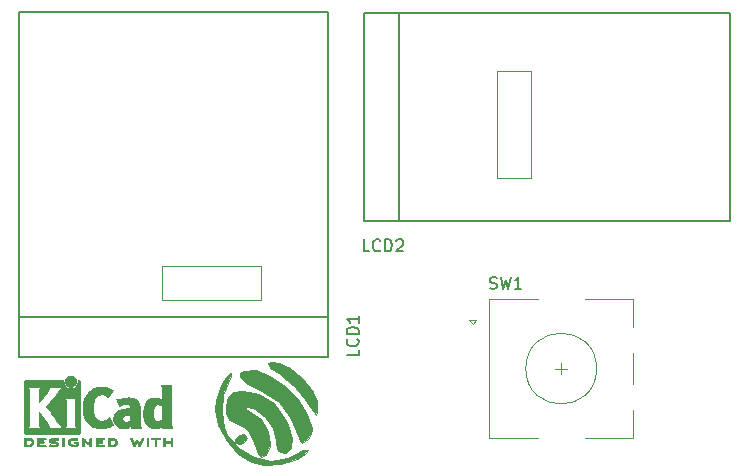
<source format=gbr>
G04 #@! TF.GenerationSoftware,KiCad,Pcbnew,5.1.2+dfsg1-1*
G04 #@! TF.CreationDate,2019-08-07T20:01:01+08:00*
G04 #@! TF.ProjectId,LCD_MINI,4c43445f-4d49-44e4-992e-6b696361645f,rev?*
G04 #@! TF.SameCoordinates,Original*
G04 #@! TF.FileFunction,Legend,Top*
G04 #@! TF.FilePolarity,Positive*
%FSLAX46Y46*%
G04 Gerber Fmt 4.6, Leading zero omitted, Abs format (unit mm)*
G04 Created by KiCad (PCBNEW 5.1.2+dfsg1-1) date 2019-08-07 20:01:01*
%MOMM*%
%LPD*%
G04 APERTURE LIST*
%ADD10C,0.010000*%
%ADD11C,0.120000*%
%ADD12C,0.150000*%
G04 APERTURE END LIST*
D10*
G36*
X142292917Y-106407204D02*
G01*
X143270359Y-106875875D01*
X144263165Y-107718290D01*
X145078473Y-108724726D01*
X145523423Y-109685466D01*
X145556111Y-109955653D01*
X145526073Y-110616619D01*
X145467917Y-110829389D01*
X145235128Y-110558862D01*
X144739557Y-109883956D01*
X144395499Y-109393787D01*
X143573766Y-108398563D01*
X142674493Y-107582180D01*
X142369258Y-107378703D01*
X141576433Y-106825825D01*
X141366449Y-106448835D01*
X141745210Y-106322876D01*
X142292917Y-106407204D01*
X142292917Y-106407204D01*
G37*
X142292917Y-106407204D02*
X143270359Y-106875875D01*
X144263165Y-107718290D01*
X145078473Y-108724726D01*
X145523423Y-109685466D01*
X145556111Y-109955653D01*
X145526073Y-110616619D01*
X145467917Y-110829389D01*
X145235128Y-110558862D01*
X144739557Y-109883956D01*
X144395499Y-109393787D01*
X143573766Y-108398563D01*
X142674493Y-107582180D01*
X142369258Y-107378703D01*
X141576433Y-106825825D01*
X141366449Y-106448835D01*
X141745210Y-106322876D01*
X142292917Y-106407204D01*
G36*
X141587618Y-107502766D02*
G01*
X142806178Y-108342743D01*
X143888937Y-109450071D01*
X144675850Y-110708594D01*
X144804194Y-111023792D01*
X145077171Y-111927402D01*
X145037396Y-112471491D01*
X144723975Y-112884437D01*
X144280348Y-113238212D01*
X144049117Y-113011700D01*
X143964327Y-112757494D01*
X143265372Y-111011273D01*
X142320214Y-109773333D01*
X140975051Y-108852478D01*
X140721431Y-108726111D01*
X139535179Y-108103518D01*
X138971425Y-107651765D01*
X138984515Y-107315016D01*
X139383289Y-107089493D01*
X140393306Y-107046297D01*
X141587618Y-107502766D01*
X141587618Y-107502766D01*
G37*
X141587618Y-107502766D02*
X142806178Y-108342743D01*
X143888937Y-109450071D01*
X144675850Y-110708594D01*
X144804194Y-111023792D01*
X145077171Y-111927402D01*
X145037396Y-112471491D01*
X144723975Y-112884437D01*
X144280348Y-113238212D01*
X144049117Y-113011700D01*
X143964327Y-112757494D01*
X143265372Y-111011273D01*
X142320214Y-109773333D01*
X140975051Y-108852478D01*
X140721431Y-108726111D01*
X139535179Y-108103518D01*
X138971425Y-107651765D01*
X138984515Y-107315016D01*
X139383289Y-107089493D01*
X140393306Y-107046297D01*
X141587618Y-107502766D01*
G36*
X139577523Y-112783055D02*
G01*
X139304249Y-113146447D01*
X139007728Y-113257719D01*
X138575058Y-113170495D01*
X138577519Y-112904941D01*
X138928698Y-112504357D01*
X139375318Y-112470807D01*
X139577523Y-112783055D01*
X139577523Y-112783055D01*
G37*
X139577523Y-112783055D02*
X139304249Y-113146447D01*
X139007728Y-113257719D01*
X138575058Y-113170495D01*
X138577519Y-112904941D01*
X138928698Y-112504357D01*
X139375318Y-112470807D01*
X139577523Y-112783055D01*
G36*
X140636223Y-109011758D02*
G01*
X141886808Y-109831756D01*
X142834635Y-111157217D01*
X142953027Y-111419845D01*
X143386544Y-112775946D01*
X143359336Y-113646988D01*
X142873456Y-114008647D01*
X142733889Y-114017778D01*
X142220456Y-113854482D01*
X142036881Y-113243744D01*
X142028333Y-112943409D01*
X141773720Y-111932134D01*
X141137586Y-110984824D01*
X140311491Y-110326944D01*
X139663119Y-110159583D01*
X139303133Y-110219352D01*
X139576413Y-110398878D01*
X139802906Y-110493385D01*
X140761192Y-111179478D01*
X141400960Y-112200366D01*
X141567439Y-113288077D01*
X141531334Y-113486041D01*
X141201766Y-114192652D01*
X140784075Y-114363497D01*
X140510428Y-114105972D01*
X140323869Y-113591582D01*
X140138956Y-112906502D01*
X139587251Y-112004949D01*
X138832341Y-111593877D01*
X138086401Y-111235333D01*
X137838347Y-110699000D01*
X137860075Y-110059320D01*
X138013315Y-109274049D01*
X138422391Y-108922898D01*
X139224916Y-108797147D01*
X140636223Y-109011758D01*
X140636223Y-109011758D01*
G37*
X140636223Y-109011758D02*
X141886808Y-109831756D01*
X142834635Y-111157217D01*
X142953027Y-111419845D01*
X143386544Y-112775946D01*
X143359336Y-113646988D01*
X142873456Y-114008647D01*
X142733889Y-114017778D01*
X142220456Y-113854482D01*
X142036881Y-113243744D01*
X142028333Y-112943409D01*
X141773720Y-111932134D01*
X141137586Y-110984824D01*
X140311491Y-110326944D01*
X139663119Y-110159583D01*
X139303133Y-110219352D01*
X139576413Y-110398878D01*
X139802906Y-110493385D01*
X140761192Y-111179478D01*
X141400960Y-112200366D01*
X141567439Y-113288077D01*
X141531334Y-113486041D01*
X141201766Y-114192652D01*
X140784075Y-114363497D01*
X140510428Y-114105972D01*
X140323869Y-113591582D01*
X140138956Y-112906502D01*
X139587251Y-112004949D01*
X138832341Y-111593877D01*
X138086401Y-111235333D01*
X137838347Y-110699000D01*
X137860075Y-110059320D01*
X138013315Y-109274049D01*
X138422391Y-108922898D01*
X139224916Y-108797147D01*
X140636223Y-109011758D01*
G36*
X138284206Y-107555204D02*
G01*
X137991393Y-108099051D01*
X137589134Y-109143700D01*
X137473794Y-110502984D01*
X137650753Y-111844587D01*
X137919481Y-112539725D01*
X138883064Y-113659051D01*
X140202155Y-114398046D01*
X141666829Y-114698304D01*
X143067159Y-114501417D01*
X143736540Y-114158184D01*
X144379628Y-113806862D01*
X144729764Y-113779393D01*
X144581723Y-114043403D01*
X143975850Y-114449753D01*
X143842525Y-114520932D01*
X142504761Y-114942282D01*
X140997899Y-115030956D01*
X139911667Y-114827859D01*
X138824934Y-114140395D01*
X137872958Y-113031815D01*
X137176866Y-111717054D01*
X136857785Y-110411048D01*
X136941619Y-109557639D01*
X137391571Y-108407684D01*
X137857549Y-107602835D01*
X138227394Y-107315000D01*
X138284206Y-107555204D01*
X138284206Y-107555204D01*
G37*
X138284206Y-107555204D02*
X137991393Y-108099051D01*
X137589134Y-109143700D01*
X137473794Y-110502984D01*
X137650753Y-111844587D01*
X137919481Y-112539725D01*
X138883064Y-113659051D01*
X140202155Y-114398046D01*
X141666829Y-114698304D01*
X143067159Y-114501417D01*
X143736540Y-114158184D01*
X144379628Y-113806862D01*
X144729764Y-113779393D01*
X144581723Y-114043403D01*
X143975850Y-114449753D01*
X143842525Y-114520932D01*
X142504761Y-114942282D01*
X140997899Y-115030956D01*
X139911667Y-114827859D01*
X138824934Y-114140395D01*
X137872958Y-113031815D01*
X137176866Y-111717054D01*
X136857785Y-110411048D01*
X136941619Y-109557639D01*
X137391571Y-108407684D01*
X137857549Y-107602835D01*
X138227394Y-107315000D01*
X138284206Y-107555204D01*
G36*
X133228823Y-112764533D02*
G01*
X133260202Y-112786776D01*
X133287911Y-112814485D01*
X133287911Y-113123920D01*
X133287838Y-113215799D01*
X133287495Y-113287840D01*
X133286692Y-113342780D01*
X133285241Y-113383360D01*
X133282952Y-113412317D01*
X133279636Y-113432391D01*
X133275105Y-113446321D01*
X133269169Y-113456845D01*
X133264514Y-113463100D01*
X133233783Y-113487673D01*
X133198496Y-113490341D01*
X133166245Y-113475271D01*
X133155588Y-113466374D01*
X133148464Y-113454557D01*
X133144167Y-113435526D01*
X133141991Y-113404992D01*
X133141228Y-113358662D01*
X133141155Y-113322871D01*
X133141155Y-113188045D01*
X132644444Y-113188045D01*
X132644444Y-113310700D01*
X132643931Y-113366787D01*
X132641876Y-113405333D01*
X132637508Y-113431361D01*
X132630056Y-113449897D01*
X132621047Y-113463100D01*
X132590144Y-113487604D01*
X132555196Y-113490506D01*
X132521738Y-113473089D01*
X132512604Y-113463959D01*
X132506152Y-113451855D01*
X132501897Y-113433001D01*
X132499352Y-113403620D01*
X132498029Y-113359937D01*
X132497443Y-113298175D01*
X132497375Y-113284000D01*
X132496891Y-113167631D01*
X132496641Y-113071727D01*
X132496723Y-112994177D01*
X132497231Y-112932869D01*
X132498262Y-112885690D01*
X132499913Y-112850530D01*
X132502279Y-112825276D01*
X132505457Y-112807817D01*
X132509544Y-112796041D01*
X132514634Y-112787835D01*
X132520266Y-112781645D01*
X132552128Y-112761844D01*
X132585357Y-112764533D01*
X132616735Y-112786776D01*
X132629433Y-112801126D01*
X132637526Y-112816978D01*
X132642042Y-112839554D01*
X132644006Y-112874078D01*
X132644444Y-112925776D01*
X132644444Y-113041289D01*
X133141155Y-113041289D01*
X133141155Y-112922756D01*
X133141662Y-112868148D01*
X133143698Y-112831275D01*
X133148035Y-112807307D01*
X133155447Y-112791415D01*
X133163733Y-112781645D01*
X133195594Y-112761844D01*
X133228823Y-112764533D01*
X133228823Y-112764533D01*
G37*
X133228823Y-112764533D02*
X133260202Y-112786776D01*
X133287911Y-112814485D01*
X133287911Y-113123920D01*
X133287838Y-113215799D01*
X133287495Y-113287840D01*
X133286692Y-113342780D01*
X133285241Y-113383360D01*
X133282952Y-113412317D01*
X133279636Y-113432391D01*
X133275105Y-113446321D01*
X133269169Y-113456845D01*
X133264514Y-113463100D01*
X133233783Y-113487673D01*
X133198496Y-113490341D01*
X133166245Y-113475271D01*
X133155588Y-113466374D01*
X133148464Y-113454557D01*
X133144167Y-113435526D01*
X133141991Y-113404992D01*
X133141228Y-113358662D01*
X133141155Y-113322871D01*
X133141155Y-113188045D01*
X132644444Y-113188045D01*
X132644444Y-113310700D01*
X132643931Y-113366787D01*
X132641876Y-113405333D01*
X132637508Y-113431361D01*
X132630056Y-113449897D01*
X132621047Y-113463100D01*
X132590144Y-113487604D01*
X132555196Y-113490506D01*
X132521738Y-113473089D01*
X132512604Y-113463959D01*
X132506152Y-113451855D01*
X132501897Y-113433001D01*
X132499352Y-113403620D01*
X132498029Y-113359937D01*
X132497443Y-113298175D01*
X132497375Y-113284000D01*
X132496891Y-113167631D01*
X132496641Y-113071727D01*
X132496723Y-112994177D01*
X132497231Y-112932869D01*
X132498262Y-112885690D01*
X132499913Y-112850530D01*
X132502279Y-112825276D01*
X132505457Y-112807817D01*
X132509544Y-112796041D01*
X132514634Y-112787835D01*
X132520266Y-112781645D01*
X132552128Y-112761844D01*
X132585357Y-112764533D01*
X132616735Y-112786776D01*
X132629433Y-112801126D01*
X132637526Y-112816978D01*
X132642042Y-112839554D01*
X132644006Y-112874078D01*
X132644444Y-112925776D01*
X132644444Y-113041289D01*
X133141155Y-113041289D01*
X133141155Y-112922756D01*
X133141662Y-112868148D01*
X133143698Y-112831275D01*
X133148035Y-112807307D01*
X133155447Y-112791415D01*
X133163733Y-112781645D01*
X133195594Y-112761844D01*
X133228823Y-112764533D01*
G36*
X131963065Y-112759163D02*
G01*
X132041772Y-112759542D01*
X132102863Y-112760333D01*
X132148817Y-112761670D01*
X132182114Y-112763683D01*
X132205236Y-112766506D01*
X132220662Y-112770269D01*
X132230871Y-112775105D01*
X132235813Y-112778822D01*
X132261457Y-112811358D01*
X132264559Y-112845138D01*
X132248711Y-112875826D01*
X132238348Y-112888089D01*
X132227196Y-112896450D01*
X132211035Y-112901657D01*
X132185642Y-112904457D01*
X132146798Y-112905596D01*
X132090280Y-112905821D01*
X132079180Y-112905822D01*
X131933244Y-112905822D01*
X131933244Y-113176756D01*
X131933148Y-113262154D01*
X131932711Y-113327864D01*
X131931712Y-113376774D01*
X131929928Y-113411773D01*
X131927137Y-113435749D01*
X131923117Y-113451593D01*
X131917645Y-113462191D01*
X131910666Y-113470267D01*
X131877734Y-113490112D01*
X131843354Y-113488548D01*
X131812176Y-113465906D01*
X131809886Y-113463100D01*
X131802429Y-113452492D01*
X131796747Y-113440081D01*
X131792601Y-113422850D01*
X131789750Y-113397784D01*
X131787954Y-113361867D01*
X131786972Y-113312083D01*
X131786564Y-113245417D01*
X131786489Y-113169589D01*
X131786489Y-112905822D01*
X131647127Y-112905822D01*
X131587322Y-112905418D01*
X131545918Y-112903840D01*
X131518748Y-112900547D01*
X131501646Y-112894992D01*
X131490443Y-112886631D01*
X131489083Y-112885178D01*
X131472725Y-112851939D01*
X131474172Y-112814362D01*
X131492978Y-112781645D01*
X131500250Y-112775298D01*
X131509627Y-112770266D01*
X131523609Y-112766396D01*
X131544696Y-112763537D01*
X131575389Y-112761535D01*
X131618189Y-112760239D01*
X131675595Y-112759498D01*
X131750110Y-112759158D01*
X131844233Y-112759068D01*
X131864260Y-112759067D01*
X131963065Y-112759163D01*
X131963065Y-112759163D01*
G37*
X131963065Y-112759163D02*
X132041772Y-112759542D01*
X132102863Y-112760333D01*
X132148817Y-112761670D01*
X132182114Y-112763683D01*
X132205236Y-112766506D01*
X132220662Y-112770269D01*
X132230871Y-112775105D01*
X132235813Y-112778822D01*
X132261457Y-112811358D01*
X132264559Y-112845138D01*
X132248711Y-112875826D01*
X132238348Y-112888089D01*
X132227196Y-112896450D01*
X132211035Y-112901657D01*
X132185642Y-112904457D01*
X132146798Y-112905596D01*
X132090280Y-112905821D01*
X132079180Y-112905822D01*
X131933244Y-112905822D01*
X131933244Y-113176756D01*
X131933148Y-113262154D01*
X131932711Y-113327864D01*
X131931712Y-113376774D01*
X131929928Y-113411773D01*
X131927137Y-113435749D01*
X131923117Y-113451593D01*
X131917645Y-113462191D01*
X131910666Y-113470267D01*
X131877734Y-113490112D01*
X131843354Y-113488548D01*
X131812176Y-113465906D01*
X131809886Y-113463100D01*
X131802429Y-113452492D01*
X131796747Y-113440081D01*
X131792601Y-113422850D01*
X131789750Y-113397784D01*
X131787954Y-113361867D01*
X131786972Y-113312083D01*
X131786564Y-113245417D01*
X131786489Y-113169589D01*
X131786489Y-112905822D01*
X131647127Y-112905822D01*
X131587322Y-112905418D01*
X131545918Y-112903840D01*
X131518748Y-112900547D01*
X131501646Y-112894992D01*
X131490443Y-112886631D01*
X131489083Y-112885178D01*
X131472725Y-112851939D01*
X131474172Y-112814362D01*
X131492978Y-112781645D01*
X131500250Y-112775298D01*
X131509627Y-112770266D01*
X131523609Y-112766396D01*
X131544696Y-112763537D01*
X131575389Y-112761535D01*
X131618189Y-112760239D01*
X131675595Y-112759498D01*
X131750110Y-112759158D01*
X131844233Y-112759068D01*
X131864260Y-112759067D01*
X131963065Y-112759163D01*
G36*
X131188614Y-112765877D02*
G01*
X131212327Y-112780647D01*
X131238978Y-112802227D01*
X131238978Y-113123773D01*
X131238893Y-113217830D01*
X131238529Y-113291932D01*
X131237724Y-113348704D01*
X131236313Y-113390768D01*
X131234133Y-113420748D01*
X131231021Y-113441267D01*
X131226814Y-113454949D01*
X131221348Y-113464416D01*
X131217472Y-113469082D01*
X131186034Y-113489575D01*
X131150233Y-113488739D01*
X131118873Y-113471264D01*
X131092222Y-113449684D01*
X131092222Y-112802227D01*
X131118873Y-112780647D01*
X131144594Y-112764949D01*
X131165600Y-112759067D01*
X131188614Y-112765877D01*
X131188614Y-112765877D01*
G37*
X131188614Y-112765877D02*
X131212327Y-112780647D01*
X131238978Y-112802227D01*
X131238978Y-113123773D01*
X131238893Y-113217830D01*
X131238529Y-113291932D01*
X131237724Y-113348704D01*
X131236313Y-113390768D01*
X131234133Y-113420748D01*
X131231021Y-113441267D01*
X131226814Y-113454949D01*
X131221348Y-113464416D01*
X131217472Y-113469082D01*
X131186034Y-113489575D01*
X131150233Y-113488739D01*
X131118873Y-113471264D01*
X131092222Y-113449684D01*
X131092222Y-112802227D01*
X131118873Y-112780647D01*
X131144594Y-112764949D01*
X131165600Y-112759067D01*
X131188614Y-112765877D01*
G36*
X130744665Y-112761034D02*
G01*
X130764255Y-112768035D01*
X130765010Y-112768377D01*
X130791613Y-112788678D01*
X130806270Y-112809561D01*
X130809138Y-112819352D01*
X130808996Y-112832361D01*
X130804961Y-112850895D01*
X130796146Y-112877257D01*
X130781669Y-112913752D01*
X130760645Y-112962687D01*
X130732188Y-113026365D01*
X130695415Y-113107093D01*
X130675175Y-113151216D01*
X130638625Y-113229985D01*
X130604315Y-113302423D01*
X130573552Y-113365880D01*
X130547648Y-113417708D01*
X130527910Y-113455259D01*
X130515650Y-113475884D01*
X130513224Y-113478733D01*
X130482183Y-113491302D01*
X130447121Y-113489619D01*
X130419000Y-113474332D01*
X130417854Y-113473089D01*
X130406668Y-113456154D01*
X130387904Y-113423170D01*
X130363875Y-113378380D01*
X130336897Y-113326032D01*
X130327201Y-113306742D01*
X130254014Y-113160150D01*
X130174240Y-113319393D01*
X130145767Y-113374415D01*
X130119350Y-113422132D01*
X130097148Y-113458893D01*
X130081319Y-113481044D01*
X130075954Y-113485741D01*
X130034257Y-113492102D01*
X129999849Y-113478733D01*
X129989728Y-113464446D01*
X129972214Y-113432692D01*
X129948735Y-113386597D01*
X129920720Y-113329285D01*
X129889599Y-113263880D01*
X129856799Y-113193507D01*
X129823750Y-113121291D01*
X129791881Y-113050355D01*
X129762619Y-112983825D01*
X129737395Y-112924826D01*
X129717636Y-112876481D01*
X129704772Y-112841915D01*
X129700231Y-112824253D01*
X129700277Y-112823613D01*
X129711326Y-112801388D01*
X129733410Y-112778753D01*
X129734710Y-112777768D01*
X129761853Y-112762425D01*
X129786958Y-112762574D01*
X129796368Y-112765466D01*
X129807834Y-112771718D01*
X129820010Y-112784014D01*
X129834357Y-112804908D01*
X129852336Y-112836949D01*
X129875407Y-112882688D01*
X129905030Y-112944677D01*
X129931745Y-113001898D01*
X129962480Y-113068226D01*
X129990021Y-113127874D01*
X130012938Y-113177725D01*
X130029798Y-113214664D01*
X130039173Y-113235573D01*
X130040540Y-113238845D01*
X130046689Y-113233497D01*
X130060822Y-113211109D01*
X130081057Y-113174946D01*
X130105515Y-113128277D01*
X130115248Y-113109022D01*
X130148217Y-113044004D01*
X130173643Y-112996654D01*
X130193612Y-112964219D01*
X130210210Y-112943946D01*
X130225524Y-112933082D01*
X130241640Y-112928875D01*
X130252143Y-112928400D01*
X130270670Y-112930042D01*
X130286904Y-112936831D01*
X130303035Y-112951566D01*
X130321251Y-112977044D01*
X130343739Y-113016061D01*
X130372689Y-113071414D01*
X130388662Y-113102903D01*
X130414570Y-113153087D01*
X130437167Y-113194704D01*
X130454458Y-113224242D01*
X130464450Y-113238189D01*
X130465809Y-113238770D01*
X130472261Y-113227793D01*
X130486708Y-113199290D01*
X130507703Y-113156244D01*
X130533797Y-113101638D01*
X130563546Y-113038454D01*
X130578180Y-113007071D01*
X130616250Y-112926078D01*
X130646905Y-112863756D01*
X130671737Y-112818071D01*
X130692337Y-112786989D01*
X130710298Y-112768478D01*
X130727210Y-112760504D01*
X130744665Y-112761034D01*
X130744665Y-112761034D01*
G37*
X130744665Y-112761034D02*
X130764255Y-112768035D01*
X130765010Y-112768377D01*
X130791613Y-112788678D01*
X130806270Y-112809561D01*
X130809138Y-112819352D01*
X130808996Y-112832361D01*
X130804961Y-112850895D01*
X130796146Y-112877257D01*
X130781669Y-112913752D01*
X130760645Y-112962687D01*
X130732188Y-113026365D01*
X130695415Y-113107093D01*
X130675175Y-113151216D01*
X130638625Y-113229985D01*
X130604315Y-113302423D01*
X130573552Y-113365880D01*
X130547648Y-113417708D01*
X130527910Y-113455259D01*
X130515650Y-113475884D01*
X130513224Y-113478733D01*
X130482183Y-113491302D01*
X130447121Y-113489619D01*
X130419000Y-113474332D01*
X130417854Y-113473089D01*
X130406668Y-113456154D01*
X130387904Y-113423170D01*
X130363875Y-113378380D01*
X130336897Y-113326032D01*
X130327201Y-113306742D01*
X130254014Y-113160150D01*
X130174240Y-113319393D01*
X130145767Y-113374415D01*
X130119350Y-113422132D01*
X130097148Y-113458893D01*
X130081319Y-113481044D01*
X130075954Y-113485741D01*
X130034257Y-113492102D01*
X129999849Y-113478733D01*
X129989728Y-113464446D01*
X129972214Y-113432692D01*
X129948735Y-113386597D01*
X129920720Y-113329285D01*
X129889599Y-113263880D01*
X129856799Y-113193507D01*
X129823750Y-113121291D01*
X129791881Y-113050355D01*
X129762619Y-112983825D01*
X129737395Y-112924826D01*
X129717636Y-112876481D01*
X129704772Y-112841915D01*
X129700231Y-112824253D01*
X129700277Y-112823613D01*
X129711326Y-112801388D01*
X129733410Y-112778753D01*
X129734710Y-112777768D01*
X129761853Y-112762425D01*
X129786958Y-112762574D01*
X129796368Y-112765466D01*
X129807834Y-112771718D01*
X129820010Y-112784014D01*
X129834357Y-112804908D01*
X129852336Y-112836949D01*
X129875407Y-112882688D01*
X129905030Y-112944677D01*
X129931745Y-113001898D01*
X129962480Y-113068226D01*
X129990021Y-113127874D01*
X130012938Y-113177725D01*
X130029798Y-113214664D01*
X130039173Y-113235573D01*
X130040540Y-113238845D01*
X130046689Y-113233497D01*
X130060822Y-113211109D01*
X130081057Y-113174946D01*
X130105515Y-113128277D01*
X130115248Y-113109022D01*
X130148217Y-113044004D01*
X130173643Y-112996654D01*
X130193612Y-112964219D01*
X130210210Y-112943946D01*
X130225524Y-112933082D01*
X130241640Y-112928875D01*
X130252143Y-112928400D01*
X130270670Y-112930042D01*
X130286904Y-112936831D01*
X130303035Y-112951566D01*
X130321251Y-112977044D01*
X130343739Y-113016061D01*
X130372689Y-113071414D01*
X130388662Y-113102903D01*
X130414570Y-113153087D01*
X130437167Y-113194704D01*
X130454458Y-113224242D01*
X130464450Y-113238189D01*
X130465809Y-113238770D01*
X130472261Y-113227793D01*
X130486708Y-113199290D01*
X130507703Y-113156244D01*
X130533797Y-113101638D01*
X130563546Y-113038454D01*
X130578180Y-113007071D01*
X130616250Y-112926078D01*
X130646905Y-112863756D01*
X130671737Y-112818071D01*
X130692337Y-112786989D01*
X130710298Y-112768478D01*
X130727210Y-112760504D01*
X130744665Y-112761034D01*
G36*
X128018309Y-112759275D02*
G01*
X128147288Y-112763636D01*
X128256991Y-112776861D01*
X128349226Y-112799741D01*
X128425802Y-112833070D01*
X128488527Y-112877638D01*
X128539212Y-112934236D01*
X128579663Y-113003658D01*
X128580459Y-113005351D01*
X128604601Y-113067483D01*
X128613203Y-113122509D01*
X128606231Y-113177887D01*
X128583654Y-113241073D01*
X128579372Y-113250689D01*
X128550172Y-113306966D01*
X128517356Y-113350451D01*
X128475002Y-113387417D01*
X128417190Y-113424135D01*
X128413831Y-113426052D01*
X128363504Y-113450227D01*
X128306621Y-113468282D01*
X128239527Y-113480839D01*
X128158565Y-113488522D01*
X128060082Y-113491953D01*
X128025286Y-113492251D01*
X127859594Y-113492845D01*
X127836197Y-113463100D01*
X127829257Y-113453319D01*
X127823842Y-113441897D01*
X127819765Y-113426095D01*
X127816837Y-113403175D01*
X127814867Y-113370396D01*
X127814225Y-113346089D01*
X127970844Y-113346089D01*
X128064726Y-113346089D01*
X128119664Y-113344483D01*
X128176060Y-113340255D01*
X128222345Y-113334292D01*
X128225139Y-113333790D01*
X128307348Y-113311736D01*
X128371114Y-113278600D01*
X128418452Y-113232847D01*
X128451382Y-113172939D01*
X128457108Y-113157061D01*
X128462721Y-113132333D01*
X128460291Y-113107902D01*
X128448467Y-113075400D01*
X128441340Y-113059434D01*
X128418000Y-113017006D01*
X128389880Y-112987240D01*
X128358940Y-112966511D01*
X128296966Y-112939537D01*
X128217651Y-112919998D01*
X128125253Y-112908746D01*
X128058333Y-112906270D01*
X127970844Y-112905822D01*
X127970844Y-113346089D01*
X127814225Y-113346089D01*
X127813668Y-113325021D01*
X127813050Y-113264311D01*
X127812825Y-113185526D01*
X127812800Y-113123920D01*
X127812800Y-112814485D01*
X127840509Y-112786776D01*
X127852806Y-112775544D01*
X127866103Y-112767853D01*
X127884672Y-112763040D01*
X127912786Y-112760446D01*
X127954717Y-112759410D01*
X128014737Y-112759270D01*
X128018309Y-112759275D01*
X128018309Y-112759275D01*
G37*
X128018309Y-112759275D02*
X128147288Y-112763636D01*
X128256991Y-112776861D01*
X128349226Y-112799741D01*
X128425802Y-112833070D01*
X128488527Y-112877638D01*
X128539212Y-112934236D01*
X128579663Y-113003658D01*
X128580459Y-113005351D01*
X128604601Y-113067483D01*
X128613203Y-113122509D01*
X128606231Y-113177887D01*
X128583654Y-113241073D01*
X128579372Y-113250689D01*
X128550172Y-113306966D01*
X128517356Y-113350451D01*
X128475002Y-113387417D01*
X128417190Y-113424135D01*
X128413831Y-113426052D01*
X128363504Y-113450227D01*
X128306621Y-113468282D01*
X128239527Y-113480839D01*
X128158565Y-113488522D01*
X128060082Y-113491953D01*
X128025286Y-113492251D01*
X127859594Y-113492845D01*
X127836197Y-113463100D01*
X127829257Y-113453319D01*
X127823842Y-113441897D01*
X127819765Y-113426095D01*
X127816837Y-113403175D01*
X127814867Y-113370396D01*
X127814225Y-113346089D01*
X127970844Y-113346089D01*
X128064726Y-113346089D01*
X128119664Y-113344483D01*
X128176060Y-113340255D01*
X128222345Y-113334292D01*
X128225139Y-113333790D01*
X128307348Y-113311736D01*
X128371114Y-113278600D01*
X128418452Y-113232847D01*
X128451382Y-113172939D01*
X128457108Y-113157061D01*
X128462721Y-113132333D01*
X128460291Y-113107902D01*
X128448467Y-113075400D01*
X128441340Y-113059434D01*
X128418000Y-113017006D01*
X128389880Y-112987240D01*
X128358940Y-112966511D01*
X128296966Y-112939537D01*
X128217651Y-112919998D01*
X128125253Y-112908746D01*
X128058333Y-112906270D01*
X127970844Y-112905822D01*
X127970844Y-113346089D01*
X127814225Y-113346089D01*
X127813668Y-113325021D01*
X127813050Y-113264311D01*
X127812825Y-113185526D01*
X127812800Y-113123920D01*
X127812800Y-112814485D01*
X127840509Y-112786776D01*
X127852806Y-112775544D01*
X127866103Y-112767853D01*
X127884672Y-112763040D01*
X127912786Y-112760446D01*
X127954717Y-112759410D01*
X128014737Y-112759270D01*
X128018309Y-112759275D01*
G36*
X127230343Y-112759260D02*
G01*
X127306701Y-112760174D01*
X127365217Y-112762311D01*
X127408255Y-112766175D01*
X127438183Y-112772267D01*
X127457368Y-112781090D01*
X127468176Y-112793146D01*
X127472973Y-112808939D01*
X127474127Y-112828970D01*
X127474133Y-112831335D01*
X127473131Y-112853992D01*
X127468396Y-112871503D01*
X127457333Y-112884574D01*
X127437348Y-112893913D01*
X127405846Y-112900227D01*
X127360232Y-112904222D01*
X127297913Y-112906606D01*
X127216293Y-112908086D01*
X127191277Y-112908414D01*
X126949200Y-112911467D01*
X126945814Y-112976378D01*
X126942429Y-113041289D01*
X127110576Y-113041289D01*
X127176266Y-113041531D01*
X127223172Y-113042556D01*
X127255083Y-113044811D01*
X127275791Y-113048742D01*
X127289084Y-113054798D01*
X127298755Y-113063424D01*
X127298817Y-113063493D01*
X127316356Y-113097112D01*
X127315722Y-113133448D01*
X127297314Y-113164423D01*
X127293671Y-113167607D01*
X127280741Y-113175812D01*
X127263024Y-113181521D01*
X127236570Y-113185162D01*
X127197432Y-113187167D01*
X127141662Y-113187964D01*
X127105994Y-113188045D01*
X126943555Y-113188045D01*
X126943555Y-113346089D01*
X127190161Y-113346089D01*
X127271580Y-113346231D01*
X127333410Y-113346814D01*
X127378637Y-113348068D01*
X127410248Y-113350227D01*
X127431231Y-113353523D01*
X127444573Y-113358189D01*
X127453261Y-113364457D01*
X127455450Y-113366733D01*
X127471614Y-113398280D01*
X127472797Y-113434168D01*
X127459536Y-113465285D01*
X127449043Y-113475271D01*
X127438129Y-113480769D01*
X127421217Y-113485022D01*
X127395633Y-113488180D01*
X127358701Y-113490392D01*
X127307746Y-113491806D01*
X127240094Y-113492572D01*
X127153069Y-113492838D01*
X127133394Y-113492845D01*
X127044911Y-113492787D01*
X126976227Y-113492467D01*
X126924564Y-113491667D01*
X126887145Y-113490167D01*
X126861190Y-113487749D01*
X126843922Y-113484194D01*
X126832562Y-113479282D01*
X126824332Y-113472795D01*
X126819817Y-113468138D01*
X126813021Y-113459889D01*
X126807712Y-113449669D01*
X126803706Y-113434800D01*
X126800821Y-113412602D01*
X126798874Y-113380393D01*
X126797681Y-113335496D01*
X126797061Y-113275228D01*
X126796829Y-113196911D01*
X126796800Y-113130994D01*
X126796871Y-113038628D01*
X126797208Y-112966117D01*
X126797998Y-112910737D01*
X126799426Y-112869765D01*
X126801679Y-112840478D01*
X126804943Y-112820153D01*
X126809404Y-112806066D01*
X126815248Y-112795495D01*
X126820197Y-112788811D01*
X126843594Y-112759067D01*
X127133774Y-112759067D01*
X127230343Y-112759260D01*
X127230343Y-112759260D01*
G37*
X127230343Y-112759260D02*
X127306701Y-112760174D01*
X127365217Y-112762311D01*
X127408255Y-112766175D01*
X127438183Y-112772267D01*
X127457368Y-112781090D01*
X127468176Y-112793146D01*
X127472973Y-112808939D01*
X127474127Y-112828970D01*
X127474133Y-112831335D01*
X127473131Y-112853992D01*
X127468396Y-112871503D01*
X127457333Y-112884574D01*
X127437348Y-112893913D01*
X127405846Y-112900227D01*
X127360232Y-112904222D01*
X127297913Y-112906606D01*
X127216293Y-112908086D01*
X127191277Y-112908414D01*
X126949200Y-112911467D01*
X126945814Y-112976378D01*
X126942429Y-113041289D01*
X127110576Y-113041289D01*
X127176266Y-113041531D01*
X127223172Y-113042556D01*
X127255083Y-113044811D01*
X127275791Y-113048742D01*
X127289084Y-113054798D01*
X127298755Y-113063424D01*
X127298817Y-113063493D01*
X127316356Y-113097112D01*
X127315722Y-113133448D01*
X127297314Y-113164423D01*
X127293671Y-113167607D01*
X127280741Y-113175812D01*
X127263024Y-113181521D01*
X127236570Y-113185162D01*
X127197432Y-113187167D01*
X127141662Y-113187964D01*
X127105994Y-113188045D01*
X126943555Y-113188045D01*
X126943555Y-113346089D01*
X127190161Y-113346089D01*
X127271580Y-113346231D01*
X127333410Y-113346814D01*
X127378637Y-113348068D01*
X127410248Y-113350227D01*
X127431231Y-113353523D01*
X127444573Y-113358189D01*
X127453261Y-113364457D01*
X127455450Y-113366733D01*
X127471614Y-113398280D01*
X127472797Y-113434168D01*
X127459536Y-113465285D01*
X127449043Y-113475271D01*
X127438129Y-113480769D01*
X127421217Y-113485022D01*
X127395633Y-113488180D01*
X127358701Y-113490392D01*
X127307746Y-113491806D01*
X127240094Y-113492572D01*
X127153069Y-113492838D01*
X127133394Y-113492845D01*
X127044911Y-113492787D01*
X126976227Y-113492467D01*
X126924564Y-113491667D01*
X126887145Y-113490167D01*
X126861190Y-113487749D01*
X126843922Y-113484194D01*
X126832562Y-113479282D01*
X126824332Y-113472795D01*
X126819817Y-113468138D01*
X126813021Y-113459889D01*
X126807712Y-113449669D01*
X126803706Y-113434800D01*
X126800821Y-113412602D01*
X126798874Y-113380393D01*
X126797681Y-113335496D01*
X126797061Y-113275228D01*
X126796829Y-113196911D01*
X126796800Y-113130994D01*
X126796871Y-113038628D01*
X126797208Y-112966117D01*
X126797998Y-112910737D01*
X126799426Y-112869765D01*
X126801679Y-112840478D01*
X126804943Y-112820153D01*
X126809404Y-112806066D01*
X126815248Y-112795495D01*
X126820197Y-112788811D01*
X126843594Y-112759067D01*
X127133774Y-112759067D01*
X127230343Y-112759260D01*
G36*
X125699886Y-112763448D02*
G01*
X125723452Y-112777273D01*
X125754265Y-112799881D01*
X125793922Y-112832338D01*
X125844020Y-112875708D01*
X125906157Y-112931058D01*
X125981928Y-112999451D01*
X126068666Y-113078084D01*
X126249289Y-113241878D01*
X126254933Y-113022029D01*
X126256971Y-112946351D01*
X126258937Y-112889994D01*
X126261266Y-112849706D01*
X126264394Y-112822235D01*
X126268755Y-112804329D01*
X126274784Y-112792737D01*
X126282916Y-112784208D01*
X126287228Y-112780623D01*
X126321759Y-112761670D01*
X126354617Y-112764441D01*
X126380682Y-112780633D01*
X126407333Y-112802199D01*
X126410648Y-113117151D01*
X126411565Y-113209779D01*
X126412032Y-113282544D01*
X126411887Y-113338161D01*
X126410968Y-113379342D01*
X126409113Y-113408803D01*
X126406161Y-113429255D01*
X126401950Y-113443413D01*
X126396318Y-113453991D01*
X126390073Y-113462474D01*
X126376561Y-113478207D01*
X126363117Y-113488636D01*
X126347876Y-113492639D01*
X126328974Y-113489094D01*
X126304545Y-113476879D01*
X126272727Y-113454871D01*
X126231652Y-113421949D01*
X126179458Y-113376991D01*
X126114278Y-113318875D01*
X126040444Y-113252099D01*
X125775155Y-113011458D01*
X125769511Y-113230589D01*
X125767469Y-113306128D01*
X125765498Y-113362354D01*
X125763161Y-113402524D01*
X125760019Y-113429896D01*
X125755636Y-113447728D01*
X125749576Y-113459279D01*
X125741400Y-113467807D01*
X125737216Y-113471282D01*
X125700235Y-113490372D01*
X125665292Y-113487493D01*
X125634864Y-113463100D01*
X125627903Y-113453286D01*
X125622477Y-113441826D01*
X125618397Y-113425968D01*
X125615471Y-113402963D01*
X125613508Y-113370062D01*
X125612317Y-113324516D01*
X125611708Y-113263573D01*
X125611489Y-113184486D01*
X125611466Y-113125956D01*
X125611540Y-113034407D01*
X125611887Y-112962687D01*
X125612699Y-112908045D01*
X125614167Y-112867732D01*
X125616481Y-112838998D01*
X125619833Y-112819093D01*
X125624412Y-112805268D01*
X125630411Y-112794772D01*
X125634864Y-112788811D01*
X125646150Y-112774691D01*
X125656699Y-112764029D01*
X125668107Y-112757892D01*
X125681970Y-112757343D01*
X125699886Y-112763448D01*
X125699886Y-112763448D01*
G37*
X125699886Y-112763448D02*
X125723452Y-112777273D01*
X125754265Y-112799881D01*
X125793922Y-112832338D01*
X125844020Y-112875708D01*
X125906157Y-112931058D01*
X125981928Y-112999451D01*
X126068666Y-113078084D01*
X126249289Y-113241878D01*
X126254933Y-113022029D01*
X126256971Y-112946351D01*
X126258937Y-112889994D01*
X126261266Y-112849706D01*
X126264394Y-112822235D01*
X126268755Y-112804329D01*
X126274784Y-112792737D01*
X126282916Y-112784208D01*
X126287228Y-112780623D01*
X126321759Y-112761670D01*
X126354617Y-112764441D01*
X126380682Y-112780633D01*
X126407333Y-112802199D01*
X126410648Y-113117151D01*
X126411565Y-113209779D01*
X126412032Y-113282544D01*
X126411887Y-113338161D01*
X126410968Y-113379342D01*
X126409113Y-113408803D01*
X126406161Y-113429255D01*
X126401950Y-113443413D01*
X126396318Y-113453991D01*
X126390073Y-113462474D01*
X126376561Y-113478207D01*
X126363117Y-113488636D01*
X126347876Y-113492639D01*
X126328974Y-113489094D01*
X126304545Y-113476879D01*
X126272727Y-113454871D01*
X126231652Y-113421949D01*
X126179458Y-113376991D01*
X126114278Y-113318875D01*
X126040444Y-113252099D01*
X125775155Y-113011458D01*
X125769511Y-113230589D01*
X125767469Y-113306128D01*
X125765498Y-113362354D01*
X125763161Y-113402524D01*
X125760019Y-113429896D01*
X125755636Y-113447728D01*
X125749576Y-113459279D01*
X125741400Y-113467807D01*
X125737216Y-113471282D01*
X125700235Y-113490372D01*
X125665292Y-113487493D01*
X125634864Y-113463100D01*
X125627903Y-113453286D01*
X125622477Y-113441826D01*
X125618397Y-113425968D01*
X125615471Y-113402963D01*
X125613508Y-113370062D01*
X125612317Y-113324516D01*
X125611708Y-113263573D01*
X125611489Y-113184486D01*
X125611466Y-113125956D01*
X125611540Y-113034407D01*
X125611887Y-112962687D01*
X125612699Y-112908045D01*
X125614167Y-112867732D01*
X125616481Y-112838998D01*
X125619833Y-112819093D01*
X125624412Y-112805268D01*
X125630411Y-112794772D01*
X125634864Y-112788811D01*
X125646150Y-112774691D01*
X125656699Y-112764029D01*
X125668107Y-112757892D01*
X125681970Y-112757343D01*
X125699886Y-112763448D01*
G36*
X125049919Y-112764599D02*
G01*
X125118435Y-112776095D01*
X125171057Y-112793967D01*
X125205292Y-112817499D01*
X125214621Y-112830924D01*
X125224107Y-112862148D01*
X125217723Y-112890395D01*
X125197570Y-112917182D01*
X125166255Y-112929713D01*
X125120817Y-112928696D01*
X125085674Y-112921906D01*
X125007581Y-112908971D01*
X124927774Y-112907742D01*
X124838445Y-112918241D01*
X124813771Y-112922690D01*
X124730709Y-112946108D01*
X124665727Y-112980945D01*
X124619539Y-113026604D01*
X124592855Y-113082494D01*
X124587337Y-113111388D01*
X124590949Y-113170012D01*
X124614271Y-113221879D01*
X124655176Y-113265978D01*
X124711541Y-113301299D01*
X124781240Y-113326829D01*
X124862148Y-113341559D01*
X124952140Y-113344478D01*
X125049090Y-113334575D01*
X125054564Y-113333641D01*
X125093125Y-113326459D01*
X125114506Y-113319521D01*
X125123773Y-113309227D01*
X125125994Y-113291976D01*
X125126044Y-113282841D01*
X125126044Y-113244489D01*
X125057569Y-113244489D01*
X124997100Y-113240347D01*
X124955835Y-113227147D01*
X124931825Y-113203730D01*
X124923123Y-113168936D01*
X124923017Y-113164394D01*
X124928108Y-113134654D01*
X124945567Y-113113419D01*
X124978061Y-113099366D01*
X125028257Y-113091173D01*
X125076877Y-113088161D01*
X125147544Y-113086433D01*
X125198802Y-113089070D01*
X125233761Y-113098800D01*
X125255530Y-113118353D01*
X125267220Y-113150456D01*
X125271940Y-113197838D01*
X125272800Y-113260071D01*
X125271391Y-113329535D01*
X125267152Y-113376786D01*
X125260064Y-113402012D01*
X125258689Y-113403988D01*
X125219772Y-113435508D01*
X125162714Y-113460470D01*
X125091131Y-113478340D01*
X125008642Y-113488586D01*
X124918861Y-113490673D01*
X124825408Y-113484068D01*
X124770444Y-113475956D01*
X124684234Y-113451554D01*
X124604108Y-113411662D01*
X124537023Y-113359887D01*
X124526827Y-113349539D01*
X124493698Y-113306035D01*
X124463806Y-113252118D01*
X124440643Y-113195592D01*
X124427702Y-113144259D01*
X124426142Y-113124544D01*
X124432782Y-113083419D01*
X124450432Y-113032252D01*
X124475703Y-112978394D01*
X124505211Y-112929195D01*
X124531281Y-112896334D01*
X124592235Y-112847452D01*
X124671031Y-112808545D01*
X124764843Y-112780494D01*
X124870850Y-112764179D01*
X124968000Y-112760192D01*
X125049919Y-112764599D01*
X125049919Y-112764599D01*
G37*
X125049919Y-112764599D02*
X125118435Y-112776095D01*
X125171057Y-112793967D01*
X125205292Y-112817499D01*
X125214621Y-112830924D01*
X125224107Y-112862148D01*
X125217723Y-112890395D01*
X125197570Y-112917182D01*
X125166255Y-112929713D01*
X125120817Y-112928696D01*
X125085674Y-112921906D01*
X125007581Y-112908971D01*
X124927774Y-112907742D01*
X124838445Y-112918241D01*
X124813771Y-112922690D01*
X124730709Y-112946108D01*
X124665727Y-112980945D01*
X124619539Y-113026604D01*
X124592855Y-113082494D01*
X124587337Y-113111388D01*
X124590949Y-113170012D01*
X124614271Y-113221879D01*
X124655176Y-113265978D01*
X124711541Y-113301299D01*
X124781240Y-113326829D01*
X124862148Y-113341559D01*
X124952140Y-113344478D01*
X125049090Y-113334575D01*
X125054564Y-113333641D01*
X125093125Y-113326459D01*
X125114506Y-113319521D01*
X125123773Y-113309227D01*
X125125994Y-113291976D01*
X125126044Y-113282841D01*
X125126044Y-113244489D01*
X125057569Y-113244489D01*
X124997100Y-113240347D01*
X124955835Y-113227147D01*
X124931825Y-113203730D01*
X124923123Y-113168936D01*
X124923017Y-113164394D01*
X124928108Y-113134654D01*
X124945567Y-113113419D01*
X124978061Y-113099366D01*
X125028257Y-113091173D01*
X125076877Y-113088161D01*
X125147544Y-113086433D01*
X125198802Y-113089070D01*
X125233761Y-113098800D01*
X125255530Y-113118353D01*
X125267220Y-113150456D01*
X125271940Y-113197838D01*
X125272800Y-113260071D01*
X125271391Y-113329535D01*
X125267152Y-113376786D01*
X125260064Y-113402012D01*
X125258689Y-113403988D01*
X125219772Y-113435508D01*
X125162714Y-113460470D01*
X125091131Y-113478340D01*
X125008642Y-113488586D01*
X124918861Y-113490673D01*
X124825408Y-113484068D01*
X124770444Y-113475956D01*
X124684234Y-113451554D01*
X124604108Y-113411662D01*
X124537023Y-113359887D01*
X124526827Y-113349539D01*
X124493698Y-113306035D01*
X124463806Y-113252118D01*
X124440643Y-113195592D01*
X124427702Y-113144259D01*
X124426142Y-113124544D01*
X124432782Y-113083419D01*
X124450432Y-113032252D01*
X124475703Y-112978394D01*
X124505211Y-112929195D01*
X124531281Y-112896334D01*
X124592235Y-112847452D01*
X124671031Y-112808545D01*
X124764843Y-112780494D01*
X124870850Y-112764179D01*
X124968000Y-112760192D01*
X125049919Y-112764599D01*
G36*
X124076178Y-112781645D02*
G01*
X124082758Y-112789218D01*
X124087921Y-112798987D01*
X124091836Y-112813571D01*
X124094676Y-112835585D01*
X124096613Y-112867648D01*
X124097817Y-112912375D01*
X124098461Y-112972385D01*
X124098716Y-113050294D01*
X124098755Y-113125956D01*
X124098686Y-113219802D01*
X124098362Y-113293689D01*
X124097614Y-113350232D01*
X124096268Y-113392049D01*
X124094154Y-113421757D01*
X124091100Y-113441973D01*
X124086934Y-113455314D01*
X124081484Y-113464398D01*
X124076178Y-113470267D01*
X124043174Y-113489947D01*
X124008009Y-113488181D01*
X123976545Y-113466717D01*
X123969316Y-113458337D01*
X123963666Y-113448614D01*
X123959401Y-113434861D01*
X123956327Y-113414389D01*
X123954248Y-113384512D01*
X123952970Y-113342541D01*
X123952299Y-113285789D01*
X123952041Y-113211567D01*
X123952000Y-113127537D01*
X123952000Y-112814485D01*
X123979709Y-112786776D01*
X124013863Y-112763463D01*
X124046994Y-112762623D01*
X124076178Y-112781645D01*
X124076178Y-112781645D01*
G37*
X124076178Y-112781645D02*
X124082758Y-112789218D01*
X124087921Y-112798987D01*
X124091836Y-112813571D01*
X124094676Y-112835585D01*
X124096613Y-112867648D01*
X124097817Y-112912375D01*
X124098461Y-112972385D01*
X124098716Y-113050294D01*
X124098755Y-113125956D01*
X124098686Y-113219802D01*
X124098362Y-113293689D01*
X124097614Y-113350232D01*
X124096268Y-113392049D01*
X124094154Y-113421757D01*
X124091100Y-113441973D01*
X124086934Y-113455314D01*
X124081484Y-113464398D01*
X124076178Y-113470267D01*
X124043174Y-113489947D01*
X124008009Y-113488181D01*
X123976545Y-113466717D01*
X123969316Y-113458337D01*
X123963666Y-113448614D01*
X123959401Y-113434861D01*
X123956327Y-113414389D01*
X123954248Y-113384512D01*
X123952970Y-113342541D01*
X123952299Y-113285789D01*
X123952041Y-113211567D01*
X123952000Y-113127537D01*
X123952000Y-112814485D01*
X123979709Y-112786776D01*
X124013863Y-112763463D01*
X124046994Y-112762623D01*
X124076178Y-112781645D01*
G36*
X123308297Y-112760351D02*
G01*
X123383112Y-112765581D01*
X123452694Y-112773750D01*
X123512998Y-112784550D01*
X123559980Y-112797673D01*
X123589594Y-112812813D01*
X123594140Y-112817269D01*
X123609946Y-112851850D01*
X123605153Y-112887351D01*
X123580636Y-112917725D01*
X123579466Y-112918596D01*
X123565046Y-112927954D01*
X123549992Y-112932876D01*
X123528995Y-112933473D01*
X123496743Y-112929861D01*
X123447927Y-112922154D01*
X123444000Y-112921505D01*
X123371261Y-112912569D01*
X123292783Y-112908161D01*
X123214073Y-112908119D01*
X123140639Y-112912279D01*
X123077989Y-112920479D01*
X123031630Y-112932557D01*
X123028584Y-112933771D01*
X122994952Y-112952615D01*
X122983136Y-112971685D01*
X122992386Y-112990439D01*
X123021953Y-113008337D01*
X123071089Y-113024837D01*
X123139043Y-113039396D01*
X123184355Y-113046406D01*
X123278544Y-113059889D01*
X123353456Y-113072214D01*
X123412283Y-113084449D01*
X123458215Y-113097661D01*
X123494445Y-113112917D01*
X123524162Y-113131285D01*
X123550558Y-113153831D01*
X123571770Y-113175971D01*
X123596935Y-113206819D01*
X123609319Y-113233345D01*
X123613192Y-113266026D01*
X123613333Y-113277995D01*
X123610424Y-113317712D01*
X123598798Y-113347259D01*
X123578677Y-113373486D01*
X123537784Y-113413576D01*
X123492183Y-113444149D01*
X123438487Y-113466203D01*
X123373308Y-113480735D01*
X123293256Y-113488741D01*
X123194943Y-113491218D01*
X123178711Y-113491177D01*
X123113151Y-113489818D01*
X123048134Y-113486730D01*
X122990748Y-113482356D01*
X122948078Y-113477140D01*
X122944628Y-113476541D01*
X122902204Y-113466491D01*
X122866220Y-113453796D01*
X122845850Y-113442190D01*
X122826893Y-113411572D01*
X122825573Y-113375918D01*
X122841915Y-113344144D01*
X122845571Y-113340551D01*
X122860685Y-113329876D01*
X122879585Y-113325276D01*
X122908838Y-113326059D01*
X122944349Y-113330127D01*
X122984030Y-113333762D01*
X123039655Y-113336828D01*
X123104594Y-113339053D01*
X123172215Y-113340164D01*
X123190000Y-113340237D01*
X123257872Y-113339964D01*
X123307546Y-113338646D01*
X123343390Y-113335827D01*
X123369776Y-113331050D01*
X123391074Y-113323857D01*
X123403874Y-113317867D01*
X123432000Y-113301233D01*
X123449932Y-113286168D01*
X123452553Y-113281897D01*
X123447024Y-113264263D01*
X123420740Y-113247192D01*
X123375522Y-113231458D01*
X123313192Y-113217838D01*
X123294829Y-113214804D01*
X123198910Y-113199738D01*
X123122359Y-113187146D01*
X123062220Y-113176111D01*
X123015540Y-113165720D01*
X122979363Y-113155056D01*
X122950735Y-113143205D01*
X122926702Y-113129251D01*
X122904308Y-113112281D01*
X122880598Y-113091378D01*
X122872620Y-113084049D01*
X122844647Y-113056699D01*
X122829840Y-113035029D01*
X122824048Y-113010232D01*
X122823111Y-112978983D01*
X122833425Y-112917705D01*
X122864248Y-112865640D01*
X122915405Y-112822958D01*
X122986717Y-112789825D01*
X123037600Y-112774964D01*
X123092900Y-112765366D01*
X123159147Y-112759936D01*
X123232294Y-112758367D01*
X123308297Y-112760351D01*
X123308297Y-112760351D01*
G37*
X123308297Y-112760351D02*
X123383112Y-112765581D01*
X123452694Y-112773750D01*
X123512998Y-112784550D01*
X123559980Y-112797673D01*
X123589594Y-112812813D01*
X123594140Y-112817269D01*
X123609946Y-112851850D01*
X123605153Y-112887351D01*
X123580636Y-112917725D01*
X123579466Y-112918596D01*
X123565046Y-112927954D01*
X123549992Y-112932876D01*
X123528995Y-112933473D01*
X123496743Y-112929861D01*
X123447927Y-112922154D01*
X123444000Y-112921505D01*
X123371261Y-112912569D01*
X123292783Y-112908161D01*
X123214073Y-112908119D01*
X123140639Y-112912279D01*
X123077989Y-112920479D01*
X123031630Y-112932557D01*
X123028584Y-112933771D01*
X122994952Y-112952615D01*
X122983136Y-112971685D01*
X122992386Y-112990439D01*
X123021953Y-113008337D01*
X123071089Y-113024837D01*
X123139043Y-113039396D01*
X123184355Y-113046406D01*
X123278544Y-113059889D01*
X123353456Y-113072214D01*
X123412283Y-113084449D01*
X123458215Y-113097661D01*
X123494445Y-113112917D01*
X123524162Y-113131285D01*
X123550558Y-113153831D01*
X123571770Y-113175971D01*
X123596935Y-113206819D01*
X123609319Y-113233345D01*
X123613192Y-113266026D01*
X123613333Y-113277995D01*
X123610424Y-113317712D01*
X123598798Y-113347259D01*
X123578677Y-113373486D01*
X123537784Y-113413576D01*
X123492183Y-113444149D01*
X123438487Y-113466203D01*
X123373308Y-113480735D01*
X123293256Y-113488741D01*
X123194943Y-113491218D01*
X123178711Y-113491177D01*
X123113151Y-113489818D01*
X123048134Y-113486730D01*
X122990748Y-113482356D01*
X122948078Y-113477140D01*
X122944628Y-113476541D01*
X122902204Y-113466491D01*
X122866220Y-113453796D01*
X122845850Y-113442190D01*
X122826893Y-113411572D01*
X122825573Y-113375918D01*
X122841915Y-113344144D01*
X122845571Y-113340551D01*
X122860685Y-113329876D01*
X122879585Y-113325276D01*
X122908838Y-113326059D01*
X122944349Y-113330127D01*
X122984030Y-113333762D01*
X123039655Y-113336828D01*
X123104594Y-113339053D01*
X123172215Y-113340164D01*
X123190000Y-113340237D01*
X123257872Y-113339964D01*
X123307546Y-113338646D01*
X123343390Y-113335827D01*
X123369776Y-113331050D01*
X123391074Y-113323857D01*
X123403874Y-113317867D01*
X123432000Y-113301233D01*
X123449932Y-113286168D01*
X123452553Y-113281897D01*
X123447024Y-113264263D01*
X123420740Y-113247192D01*
X123375522Y-113231458D01*
X123313192Y-113217838D01*
X123294829Y-113214804D01*
X123198910Y-113199738D01*
X123122359Y-113187146D01*
X123062220Y-113176111D01*
X123015540Y-113165720D01*
X122979363Y-113155056D01*
X122950735Y-113143205D01*
X122926702Y-113129251D01*
X122904308Y-113112281D01*
X122880598Y-113091378D01*
X122872620Y-113084049D01*
X122844647Y-113056699D01*
X122829840Y-113035029D01*
X122824048Y-113010232D01*
X122823111Y-112978983D01*
X122833425Y-112917705D01*
X122864248Y-112865640D01*
X122915405Y-112822958D01*
X122986717Y-112789825D01*
X123037600Y-112774964D01*
X123092900Y-112765366D01*
X123159147Y-112759936D01*
X123232294Y-112758367D01*
X123308297Y-112760351D01*
G36*
X122287206Y-112759146D02*
G01*
X122356614Y-112759518D01*
X122409003Y-112760385D01*
X122447153Y-112761946D01*
X122473841Y-112764403D01*
X122491847Y-112767957D01*
X122503951Y-112772810D01*
X122512931Y-112779161D01*
X122516182Y-112782084D01*
X122535957Y-112813142D01*
X122539518Y-112848828D01*
X122526509Y-112880510D01*
X122520494Y-112886913D01*
X122510765Y-112893121D01*
X122495099Y-112897910D01*
X122470592Y-112901514D01*
X122434339Y-112904164D01*
X122383435Y-112906095D01*
X122314974Y-112907539D01*
X122252383Y-112908418D01*
X122004666Y-112911467D01*
X122001281Y-112976378D01*
X121997895Y-113041289D01*
X122166042Y-113041289D01*
X122239041Y-113041919D01*
X122292483Y-113044553D01*
X122329372Y-113050309D01*
X122352712Y-113060304D01*
X122365506Y-113075656D01*
X122370758Y-113097482D01*
X122371555Y-113117738D01*
X122369077Y-113142592D01*
X122359723Y-113160906D01*
X122340617Y-113173637D01*
X122308882Y-113181741D01*
X122261641Y-113186176D01*
X122196017Y-113187899D01*
X122160199Y-113188045D01*
X121999022Y-113188045D01*
X121999022Y-113346089D01*
X122247378Y-113346089D01*
X122328787Y-113346202D01*
X122390658Y-113346712D01*
X122436032Y-113347870D01*
X122467946Y-113349930D01*
X122489441Y-113353146D01*
X122503557Y-113357772D01*
X122513332Y-113364059D01*
X122518311Y-113368667D01*
X122535390Y-113395560D01*
X122540889Y-113419467D01*
X122533037Y-113448667D01*
X122518311Y-113470267D01*
X122510454Y-113477066D01*
X122500312Y-113482346D01*
X122485156Y-113486298D01*
X122462259Y-113489113D01*
X122428891Y-113490982D01*
X122382325Y-113492098D01*
X122319833Y-113492651D01*
X122238686Y-113492833D01*
X122196578Y-113492845D01*
X122106402Y-113492765D01*
X122036076Y-113492398D01*
X121982871Y-113491552D01*
X121944060Y-113490036D01*
X121916913Y-113487659D01*
X121898702Y-113484229D01*
X121886700Y-113479554D01*
X121878178Y-113473444D01*
X121874844Y-113470267D01*
X121868245Y-113462670D01*
X121863073Y-113452870D01*
X121859154Y-113438239D01*
X121856316Y-113416152D01*
X121854385Y-113383982D01*
X121853188Y-113339103D01*
X121852552Y-113278889D01*
X121852303Y-113200713D01*
X121852266Y-113127923D01*
X121852300Y-113034707D01*
X121852535Y-112961431D01*
X121853170Y-112905458D01*
X121854406Y-112864151D01*
X121856444Y-112834872D01*
X121859483Y-112814984D01*
X121863723Y-112801850D01*
X121869365Y-112792832D01*
X121876609Y-112785293D01*
X121878394Y-112783612D01*
X121887055Y-112776172D01*
X121897118Y-112770409D01*
X121911375Y-112766112D01*
X121932617Y-112763064D01*
X121963636Y-112761051D01*
X122007223Y-112759860D01*
X122066169Y-112759275D01*
X122143266Y-112759083D01*
X122197999Y-112759067D01*
X122287206Y-112759146D01*
X122287206Y-112759146D01*
G37*
X122287206Y-112759146D02*
X122356614Y-112759518D01*
X122409003Y-112760385D01*
X122447153Y-112761946D01*
X122473841Y-112764403D01*
X122491847Y-112767957D01*
X122503951Y-112772810D01*
X122512931Y-112779161D01*
X122516182Y-112782084D01*
X122535957Y-112813142D01*
X122539518Y-112848828D01*
X122526509Y-112880510D01*
X122520494Y-112886913D01*
X122510765Y-112893121D01*
X122495099Y-112897910D01*
X122470592Y-112901514D01*
X122434339Y-112904164D01*
X122383435Y-112906095D01*
X122314974Y-112907539D01*
X122252383Y-112908418D01*
X122004666Y-112911467D01*
X122001281Y-112976378D01*
X121997895Y-113041289D01*
X122166042Y-113041289D01*
X122239041Y-113041919D01*
X122292483Y-113044553D01*
X122329372Y-113050309D01*
X122352712Y-113060304D01*
X122365506Y-113075656D01*
X122370758Y-113097482D01*
X122371555Y-113117738D01*
X122369077Y-113142592D01*
X122359723Y-113160906D01*
X122340617Y-113173637D01*
X122308882Y-113181741D01*
X122261641Y-113186176D01*
X122196017Y-113187899D01*
X122160199Y-113188045D01*
X121999022Y-113188045D01*
X121999022Y-113346089D01*
X122247378Y-113346089D01*
X122328787Y-113346202D01*
X122390658Y-113346712D01*
X122436032Y-113347870D01*
X122467946Y-113349930D01*
X122489441Y-113353146D01*
X122503557Y-113357772D01*
X122513332Y-113364059D01*
X122518311Y-113368667D01*
X122535390Y-113395560D01*
X122540889Y-113419467D01*
X122533037Y-113448667D01*
X122518311Y-113470267D01*
X122510454Y-113477066D01*
X122500312Y-113482346D01*
X122485156Y-113486298D01*
X122462259Y-113489113D01*
X122428891Y-113490982D01*
X122382325Y-113492098D01*
X122319833Y-113492651D01*
X122238686Y-113492833D01*
X122196578Y-113492845D01*
X122106402Y-113492765D01*
X122036076Y-113492398D01*
X121982871Y-113491552D01*
X121944060Y-113490036D01*
X121916913Y-113487659D01*
X121898702Y-113484229D01*
X121886700Y-113479554D01*
X121878178Y-113473444D01*
X121874844Y-113470267D01*
X121868245Y-113462670D01*
X121863073Y-113452870D01*
X121859154Y-113438239D01*
X121856316Y-113416152D01*
X121854385Y-113383982D01*
X121853188Y-113339103D01*
X121852552Y-113278889D01*
X121852303Y-113200713D01*
X121852266Y-113127923D01*
X121852300Y-113034707D01*
X121852535Y-112961431D01*
X121853170Y-112905458D01*
X121854406Y-112864151D01*
X121856444Y-112834872D01*
X121859483Y-112814984D01*
X121863723Y-112801850D01*
X121869365Y-112792832D01*
X121876609Y-112785293D01*
X121878394Y-112783612D01*
X121887055Y-112776172D01*
X121897118Y-112770409D01*
X121911375Y-112766112D01*
X121932617Y-112763064D01*
X121963636Y-112761051D01*
X122007223Y-112759860D01*
X122066169Y-112759275D01*
X122143266Y-112759083D01*
X122197999Y-112759067D01*
X122287206Y-112759146D01*
G36*
X120878629Y-112759066D02*
G01*
X120918111Y-112759467D01*
X121033800Y-112762259D01*
X121130689Y-112770550D01*
X121212081Y-112785232D01*
X121281277Y-112807193D01*
X121341580Y-112837322D01*
X121396292Y-112876510D01*
X121415833Y-112893532D01*
X121448250Y-112933363D01*
X121477480Y-112987413D01*
X121500009Y-113047323D01*
X121512321Y-113104739D01*
X121513600Y-113125956D01*
X121505583Y-113184769D01*
X121484101Y-113249013D01*
X121453001Y-113309821D01*
X121416134Y-113358330D01*
X121410146Y-113364182D01*
X121359421Y-113405321D01*
X121303875Y-113437435D01*
X121240304Y-113461365D01*
X121165506Y-113477953D01*
X121076278Y-113488041D01*
X120969418Y-113492469D01*
X120920472Y-113492845D01*
X120858238Y-113492545D01*
X120814472Y-113491292D01*
X120785069Y-113488554D01*
X120765921Y-113483801D01*
X120752923Y-113476501D01*
X120745955Y-113470267D01*
X120739374Y-113462694D01*
X120734212Y-113452924D01*
X120730297Y-113438340D01*
X120727457Y-113416326D01*
X120725520Y-113384264D01*
X120724316Y-113339536D01*
X120723672Y-113279526D01*
X120723417Y-113201617D01*
X120723378Y-113125956D01*
X120723130Y-113025041D01*
X120723183Y-112944427D01*
X120724143Y-112905822D01*
X120870133Y-112905822D01*
X120870133Y-113346089D01*
X120963266Y-113346004D01*
X121019307Y-113344396D01*
X121078001Y-113340256D01*
X121126972Y-113334464D01*
X121128462Y-113334226D01*
X121207608Y-113315090D01*
X121268998Y-113285287D01*
X121315695Y-113242878D01*
X121345365Y-113196961D01*
X121363647Y-113146026D01*
X121362229Y-113098200D01*
X121341012Y-113046933D01*
X121299511Y-112993899D01*
X121242002Y-112954600D01*
X121167250Y-112928331D01*
X121117292Y-112919035D01*
X121060584Y-112912507D01*
X121000481Y-112907782D01*
X120949361Y-112905817D01*
X120946333Y-112905808D01*
X120870133Y-112905822D01*
X120724143Y-112905822D01*
X120724740Y-112881851D01*
X120729002Y-112835055D01*
X120737170Y-112801778D01*
X120750444Y-112779759D01*
X120770026Y-112766739D01*
X120797117Y-112760457D01*
X120832918Y-112758653D01*
X120878629Y-112759066D01*
X120878629Y-112759066D01*
G37*
X120878629Y-112759066D02*
X120918111Y-112759467D01*
X121033800Y-112762259D01*
X121130689Y-112770550D01*
X121212081Y-112785232D01*
X121281277Y-112807193D01*
X121341580Y-112837322D01*
X121396292Y-112876510D01*
X121415833Y-112893532D01*
X121448250Y-112933363D01*
X121477480Y-112987413D01*
X121500009Y-113047323D01*
X121512321Y-113104739D01*
X121513600Y-113125956D01*
X121505583Y-113184769D01*
X121484101Y-113249013D01*
X121453001Y-113309821D01*
X121416134Y-113358330D01*
X121410146Y-113364182D01*
X121359421Y-113405321D01*
X121303875Y-113437435D01*
X121240304Y-113461365D01*
X121165506Y-113477953D01*
X121076278Y-113488041D01*
X120969418Y-113492469D01*
X120920472Y-113492845D01*
X120858238Y-113492545D01*
X120814472Y-113491292D01*
X120785069Y-113488554D01*
X120765921Y-113483801D01*
X120752923Y-113476501D01*
X120745955Y-113470267D01*
X120739374Y-113462694D01*
X120734212Y-113452924D01*
X120730297Y-113438340D01*
X120727457Y-113416326D01*
X120725520Y-113384264D01*
X120724316Y-113339536D01*
X120723672Y-113279526D01*
X120723417Y-113201617D01*
X120723378Y-113125956D01*
X120723130Y-113025041D01*
X120723183Y-112944427D01*
X120724143Y-112905822D01*
X120870133Y-112905822D01*
X120870133Y-113346089D01*
X120963266Y-113346004D01*
X121019307Y-113344396D01*
X121078001Y-113340256D01*
X121126972Y-113334464D01*
X121128462Y-113334226D01*
X121207608Y-113315090D01*
X121268998Y-113285287D01*
X121315695Y-113242878D01*
X121345365Y-113196961D01*
X121363647Y-113146026D01*
X121362229Y-113098200D01*
X121341012Y-113046933D01*
X121299511Y-112993899D01*
X121242002Y-112954600D01*
X121167250Y-112928331D01*
X121117292Y-112919035D01*
X121060584Y-112912507D01*
X121000481Y-112907782D01*
X120949361Y-112905817D01*
X120946333Y-112905808D01*
X120870133Y-112905822D01*
X120724143Y-112905822D01*
X120724740Y-112881851D01*
X120729002Y-112835055D01*
X120737170Y-112801778D01*
X120750444Y-112779759D01*
X120770026Y-112766739D01*
X120797117Y-112760457D01*
X120832918Y-112758653D01*
X120878629Y-112759066D01*
G36*
X124726957Y-107516571D02*
G01*
X124823232Y-107540809D01*
X124909816Y-107583641D01*
X124984627Y-107643419D01*
X125045582Y-107718494D01*
X125090601Y-107807220D01*
X125116864Y-107903530D01*
X125122714Y-108000795D01*
X125107860Y-108094654D01*
X125074160Y-108182511D01*
X125023472Y-108261770D01*
X124957655Y-108329836D01*
X124878566Y-108384112D01*
X124788066Y-108422002D01*
X124736800Y-108434426D01*
X124692302Y-108441947D01*
X124658001Y-108444919D01*
X124625040Y-108443094D01*
X124584566Y-108436225D01*
X124551469Y-108429250D01*
X124458053Y-108397741D01*
X124374381Y-108346617D01*
X124302335Y-108277429D01*
X124243800Y-108191728D01*
X124229852Y-108164489D01*
X124213414Y-108128122D01*
X124203106Y-108097582D01*
X124197540Y-108065450D01*
X124195331Y-108024307D01*
X124195052Y-107978222D01*
X124199139Y-107893865D01*
X124212554Y-107824586D01*
X124237744Y-107763961D01*
X124277154Y-107705567D01*
X124315702Y-107661302D01*
X124387594Y-107595484D01*
X124462687Y-107550053D01*
X124545438Y-107522850D01*
X124623072Y-107512576D01*
X124726957Y-107516571D01*
X124726957Y-107516571D01*
G37*
X124726957Y-107516571D02*
X124823232Y-107540809D01*
X124909816Y-107583641D01*
X124984627Y-107643419D01*
X125045582Y-107718494D01*
X125090601Y-107807220D01*
X125116864Y-107903530D01*
X125122714Y-108000795D01*
X125107860Y-108094654D01*
X125074160Y-108182511D01*
X125023472Y-108261770D01*
X124957655Y-108329836D01*
X124878566Y-108384112D01*
X124788066Y-108422002D01*
X124736800Y-108434426D01*
X124692302Y-108441947D01*
X124658001Y-108444919D01*
X124625040Y-108443094D01*
X124584566Y-108436225D01*
X124551469Y-108429250D01*
X124458053Y-108397741D01*
X124374381Y-108346617D01*
X124302335Y-108277429D01*
X124243800Y-108191728D01*
X124229852Y-108164489D01*
X124213414Y-108128122D01*
X124203106Y-108097582D01*
X124197540Y-108065450D01*
X124195331Y-108024307D01*
X124195052Y-107978222D01*
X124199139Y-107893865D01*
X124212554Y-107824586D01*
X124237744Y-107763961D01*
X124277154Y-107705567D01*
X124315702Y-107661302D01*
X124387594Y-107595484D01*
X124462687Y-107550053D01*
X124545438Y-107522850D01*
X124623072Y-107512576D01*
X124726957Y-107516571D01*
G36*
X133186507Y-109962245D02*
G01*
X133186526Y-110196662D01*
X133186552Y-110409603D01*
X133186625Y-110602168D01*
X133186782Y-110775459D01*
X133187064Y-110930576D01*
X133187509Y-111068620D01*
X133188156Y-111190692D01*
X133189045Y-111297894D01*
X133190213Y-111391326D01*
X133191701Y-111472090D01*
X133193546Y-111541286D01*
X133195789Y-111600015D01*
X133198469Y-111649379D01*
X133201623Y-111690478D01*
X133205292Y-111724413D01*
X133209513Y-111752286D01*
X133214327Y-111775198D01*
X133219773Y-111794249D01*
X133225888Y-111810540D01*
X133232712Y-111825173D01*
X133240285Y-111839249D01*
X133248645Y-111853868D01*
X133253839Y-111862974D01*
X133288104Y-111923689D01*
X132429955Y-111923689D01*
X132429955Y-111827733D01*
X132429224Y-111784370D01*
X132427272Y-111751205D01*
X132424463Y-111733424D01*
X132423221Y-111731778D01*
X132411799Y-111738662D01*
X132389084Y-111756505D01*
X132366385Y-111775879D01*
X132311800Y-111816614D01*
X132242321Y-111857617D01*
X132165270Y-111895123D01*
X132087965Y-111925364D01*
X132057113Y-111935012D01*
X131988616Y-111949578D01*
X131905764Y-111959539D01*
X131816371Y-111964583D01*
X131728248Y-111964396D01*
X131649207Y-111958666D01*
X131611511Y-111952858D01*
X131473414Y-111914797D01*
X131346113Y-111857073D01*
X131230292Y-111780211D01*
X131126637Y-111684739D01*
X131035833Y-111571179D01*
X130969031Y-111460381D01*
X130914164Y-111343625D01*
X130872163Y-111224276D01*
X130842167Y-111098283D01*
X130823311Y-110961594D01*
X130814732Y-110810158D01*
X130814006Y-110732711D01*
X130816100Y-110675934D01*
X131645217Y-110675934D01*
X131645424Y-110769002D01*
X131648337Y-110856692D01*
X131654000Y-110933772D01*
X131662455Y-110995009D01*
X131665038Y-111007350D01*
X131696840Y-111114633D01*
X131738498Y-111201658D01*
X131790363Y-111268642D01*
X131852781Y-111315805D01*
X131926100Y-111343365D01*
X132010669Y-111351541D01*
X132106835Y-111340551D01*
X132170311Y-111324829D01*
X132219454Y-111306639D01*
X132273583Y-111280791D01*
X132314244Y-111257089D01*
X132384800Y-111210721D01*
X132384800Y-110060530D01*
X132317392Y-110016962D01*
X132238867Y-109976040D01*
X132154681Y-109949389D01*
X132069557Y-109937465D01*
X131988216Y-109940722D01*
X131915380Y-109959615D01*
X131883426Y-109975184D01*
X131825501Y-110018181D01*
X131776544Y-110074953D01*
X131735390Y-110147575D01*
X131700874Y-110238121D01*
X131671833Y-110348666D01*
X131670552Y-110354533D01*
X131660381Y-110416788D01*
X131652739Y-110494594D01*
X131647670Y-110582720D01*
X131645217Y-110675934D01*
X130816100Y-110675934D01*
X130821857Y-110519895D01*
X130843802Y-110324059D01*
X130879786Y-110145332D01*
X130929759Y-109983845D01*
X130993668Y-109839726D01*
X131071462Y-109713106D01*
X131163089Y-109604115D01*
X131268497Y-109512883D01*
X131313662Y-109481932D01*
X131414611Y-109425785D01*
X131517901Y-109386174D01*
X131627989Y-109362014D01*
X131749330Y-109352219D01*
X131841836Y-109353265D01*
X131971490Y-109364231D01*
X132084084Y-109386046D01*
X132182875Y-109419714D01*
X132271121Y-109466236D01*
X132319986Y-109500448D01*
X132349353Y-109522362D01*
X132371043Y-109537333D01*
X132379253Y-109541733D01*
X132380868Y-109530904D01*
X132382159Y-109500251D01*
X132383138Y-109452526D01*
X132383817Y-109390479D01*
X132384210Y-109316862D01*
X132384330Y-109234427D01*
X132384188Y-109145925D01*
X132383797Y-109054107D01*
X132383171Y-108961724D01*
X132382320Y-108871528D01*
X132381260Y-108786271D01*
X132380001Y-108708703D01*
X132378556Y-108641576D01*
X132376938Y-108587641D01*
X132375161Y-108549650D01*
X132374669Y-108542667D01*
X132367092Y-108472251D01*
X132355531Y-108417102D01*
X132337792Y-108369981D01*
X132311682Y-108323647D01*
X132305415Y-108314067D01*
X132280983Y-108277378D01*
X133186311Y-108277378D01*
X133186507Y-109962245D01*
X133186507Y-109962245D01*
G37*
X133186507Y-109962245D02*
X133186526Y-110196662D01*
X133186552Y-110409603D01*
X133186625Y-110602168D01*
X133186782Y-110775459D01*
X133187064Y-110930576D01*
X133187509Y-111068620D01*
X133188156Y-111190692D01*
X133189045Y-111297894D01*
X133190213Y-111391326D01*
X133191701Y-111472090D01*
X133193546Y-111541286D01*
X133195789Y-111600015D01*
X133198469Y-111649379D01*
X133201623Y-111690478D01*
X133205292Y-111724413D01*
X133209513Y-111752286D01*
X133214327Y-111775198D01*
X133219773Y-111794249D01*
X133225888Y-111810540D01*
X133232712Y-111825173D01*
X133240285Y-111839249D01*
X133248645Y-111853868D01*
X133253839Y-111862974D01*
X133288104Y-111923689D01*
X132429955Y-111923689D01*
X132429955Y-111827733D01*
X132429224Y-111784370D01*
X132427272Y-111751205D01*
X132424463Y-111733424D01*
X132423221Y-111731778D01*
X132411799Y-111738662D01*
X132389084Y-111756505D01*
X132366385Y-111775879D01*
X132311800Y-111816614D01*
X132242321Y-111857617D01*
X132165270Y-111895123D01*
X132087965Y-111925364D01*
X132057113Y-111935012D01*
X131988616Y-111949578D01*
X131905764Y-111959539D01*
X131816371Y-111964583D01*
X131728248Y-111964396D01*
X131649207Y-111958666D01*
X131611511Y-111952858D01*
X131473414Y-111914797D01*
X131346113Y-111857073D01*
X131230292Y-111780211D01*
X131126637Y-111684739D01*
X131035833Y-111571179D01*
X130969031Y-111460381D01*
X130914164Y-111343625D01*
X130872163Y-111224276D01*
X130842167Y-111098283D01*
X130823311Y-110961594D01*
X130814732Y-110810158D01*
X130814006Y-110732711D01*
X130816100Y-110675934D01*
X131645217Y-110675934D01*
X131645424Y-110769002D01*
X131648337Y-110856692D01*
X131654000Y-110933772D01*
X131662455Y-110995009D01*
X131665038Y-111007350D01*
X131696840Y-111114633D01*
X131738498Y-111201658D01*
X131790363Y-111268642D01*
X131852781Y-111315805D01*
X131926100Y-111343365D01*
X132010669Y-111351541D01*
X132106835Y-111340551D01*
X132170311Y-111324829D01*
X132219454Y-111306639D01*
X132273583Y-111280791D01*
X132314244Y-111257089D01*
X132384800Y-111210721D01*
X132384800Y-110060530D01*
X132317392Y-110016962D01*
X132238867Y-109976040D01*
X132154681Y-109949389D01*
X132069557Y-109937465D01*
X131988216Y-109940722D01*
X131915380Y-109959615D01*
X131883426Y-109975184D01*
X131825501Y-110018181D01*
X131776544Y-110074953D01*
X131735390Y-110147575D01*
X131700874Y-110238121D01*
X131671833Y-110348666D01*
X131670552Y-110354533D01*
X131660381Y-110416788D01*
X131652739Y-110494594D01*
X131647670Y-110582720D01*
X131645217Y-110675934D01*
X130816100Y-110675934D01*
X130821857Y-110519895D01*
X130843802Y-110324059D01*
X130879786Y-110145332D01*
X130929759Y-109983845D01*
X130993668Y-109839726D01*
X131071462Y-109713106D01*
X131163089Y-109604115D01*
X131268497Y-109512883D01*
X131313662Y-109481932D01*
X131414611Y-109425785D01*
X131517901Y-109386174D01*
X131627989Y-109362014D01*
X131749330Y-109352219D01*
X131841836Y-109353265D01*
X131971490Y-109364231D01*
X132084084Y-109386046D01*
X132182875Y-109419714D01*
X132271121Y-109466236D01*
X132319986Y-109500448D01*
X132349353Y-109522362D01*
X132371043Y-109537333D01*
X132379253Y-109541733D01*
X132380868Y-109530904D01*
X132382159Y-109500251D01*
X132383138Y-109452526D01*
X132383817Y-109390479D01*
X132384210Y-109316862D01*
X132384330Y-109234427D01*
X132384188Y-109145925D01*
X132383797Y-109054107D01*
X132383171Y-108961724D01*
X132382320Y-108871528D01*
X132381260Y-108786271D01*
X132380001Y-108708703D01*
X132378556Y-108641576D01*
X132376938Y-108587641D01*
X132375161Y-108549650D01*
X132374669Y-108542667D01*
X132367092Y-108472251D01*
X132355531Y-108417102D01*
X132337792Y-108369981D01*
X132311682Y-108323647D01*
X132305415Y-108314067D01*
X132280983Y-108277378D01*
X133186311Y-108277378D01*
X133186507Y-109962245D01*
G36*
X129673574Y-109356552D02*
G01*
X129825492Y-109376567D01*
X129960756Y-109410202D01*
X130080239Y-109457725D01*
X130184815Y-109519405D01*
X130262424Y-109582965D01*
X130331265Y-109657099D01*
X130385006Y-109736871D01*
X130427910Y-109829091D01*
X130443384Y-109872161D01*
X130456244Y-109911142D01*
X130467446Y-109947289D01*
X130477120Y-109982434D01*
X130485396Y-110018410D01*
X130492403Y-110057050D01*
X130498272Y-110100185D01*
X130503131Y-110149649D01*
X130507110Y-110207273D01*
X130510340Y-110274891D01*
X130512949Y-110354334D01*
X130515067Y-110447436D01*
X130516824Y-110556027D01*
X130518349Y-110681942D01*
X130519772Y-110827012D01*
X130521025Y-110969778D01*
X130522351Y-111125968D01*
X130523556Y-111261239D01*
X130524766Y-111377246D01*
X130526106Y-111475645D01*
X130527700Y-111558093D01*
X130529675Y-111626246D01*
X130532156Y-111681760D01*
X130535269Y-111726292D01*
X130539138Y-111761498D01*
X130543889Y-111789034D01*
X130549648Y-111810556D01*
X130556539Y-111827722D01*
X130564689Y-111842186D01*
X130574223Y-111855606D01*
X130585266Y-111869638D01*
X130589566Y-111875071D01*
X130605386Y-111897910D01*
X130612422Y-111913463D01*
X130612444Y-111913922D01*
X130601567Y-111916121D01*
X130570582Y-111918147D01*
X130521957Y-111919942D01*
X130458163Y-111921451D01*
X130381669Y-111922616D01*
X130294944Y-111923380D01*
X130200457Y-111923686D01*
X130189550Y-111923689D01*
X129766657Y-111923689D01*
X129763395Y-111827622D01*
X129760133Y-111731556D01*
X129698044Y-111782543D01*
X129600714Y-111850057D01*
X129490813Y-111904749D01*
X129404349Y-111934978D01*
X129335278Y-111949666D01*
X129251925Y-111959659D01*
X129162159Y-111964646D01*
X129073845Y-111964313D01*
X128994851Y-111958351D01*
X128958622Y-111952638D01*
X128818603Y-111914776D01*
X128692178Y-111859932D01*
X128580260Y-111788924D01*
X128483762Y-111702568D01*
X128403600Y-111601679D01*
X128340687Y-111487076D01*
X128296312Y-111360984D01*
X128283978Y-111304401D01*
X128276368Y-111242202D01*
X128272739Y-111167363D01*
X128272245Y-111133467D01*
X128272310Y-111130282D01*
X129032248Y-111130282D01*
X129041541Y-111205333D01*
X129069728Y-111269160D01*
X129118197Y-111324798D01*
X129123254Y-111329211D01*
X129171548Y-111364037D01*
X129223257Y-111386620D01*
X129283989Y-111398540D01*
X129359352Y-111401383D01*
X129377459Y-111400978D01*
X129431278Y-111398325D01*
X129471308Y-111392909D01*
X129506324Y-111382745D01*
X129545103Y-111365850D01*
X129555745Y-111360672D01*
X129616396Y-111324844D01*
X129663215Y-111282212D01*
X129675952Y-111266973D01*
X129720622Y-111210462D01*
X129720622Y-111014586D01*
X129720086Y-110935939D01*
X129718396Y-110877988D01*
X129715428Y-110838875D01*
X129711057Y-110816741D01*
X129706972Y-110810274D01*
X129691047Y-110807111D01*
X129657264Y-110804488D01*
X129610340Y-110802655D01*
X129554993Y-110801857D01*
X129546106Y-110801842D01*
X129425330Y-110807096D01*
X129322660Y-110823263D01*
X129236106Y-110850961D01*
X129163681Y-110890808D01*
X129108751Y-110937758D01*
X129064204Y-110995645D01*
X129039480Y-111058693D01*
X129032248Y-111130282D01*
X128272310Y-111130282D01*
X128274178Y-111039712D01*
X128282522Y-110960812D01*
X128298768Y-110889590D01*
X128324405Y-110818864D01*
X128348401Y-110766493D01*
X128407020Y-110671196D01*
X128485117Y-110583170D01*
X128580315Y-110504017D01*
X128690238Y-110435340D01*
X128812510Y-110378741D01*
X128944755Y-110335821D01*
X129009422Y-110320882D01*
X129145604Y-110298777D01*
X129294049Y-110284194D01*
X129445505Y-110277813D01*
X129572064Y-110279445D01*
X129733950Y-110286224D01*
X129726530Y-110227245D01*
X129707238Y-110128092D01*
X129676104Y-110047372D01*
X129632269Y-109984466D01*
X129574871Y-109938756D01*
X129503048Y-109909622D01*
X129415941Y-109896447D01*
X129312686Y-109898611D01*
X129274711Y-109902612D01*
X129133520Y-109927780D01*
X128996707Y-109968814D01*
X128902178Y-110006815D01*
X128857018Y-110026190D01*
X128818585Y-110041760D01*
X128792234Y-110051405D01*
X128784546Y-110053452D01*
X128774802Y-110044374D01*
X128758083Y-110015405D01*
X128734232Y-109966217D01*
X128703093Y-109896484D01*
X128664507Y-109805879D01*
X128657910Y-109790089D01*
X128627853Y-109717772D01*
X128600874Y-109652425D01*
X128578136Y-109596906D01*
X128560806Y-109554072D01*
X128550048Y-109526781D01*
X128546941Y-109517942D01*
X128556940Y-109513187D01*
X128583217Y-109507910D01*
X128611489Y-109504231D01*
X128641646Y-109499474D01*
X128689433Y-109490028D01*
X128750612Y-109476820D01*
X128820946Y-109460776D01*
X128896194Y-109442820D01*
X128924755Y-109435797D01*
X129029816Y-109410209D01*
X129117480Y-109390147D01*
X129192068Y-109374969D01*
X129257903Y-109364035D01*
X129319307Y-109356704D01*
X129380602Y-109352335D01*
X129446110Y-109350287D01*
X129504128Y-109349889D01*
X129673574Y-109356552D01*
X129673574Y-109356552D01*
G37*
X129673574Y-109356552D02*
X129825492Y-109376567D01*
X129960756Y-109410202D01*
X130080239Y-109457725D01*
X130184815Y-109519405D01*
X130262424Y-109582965D01*
X130331265Y-109657099D01*
X130385006Y-109736871D01*
X130427910Y-109829091D01*
X130443384Y-109872161D01*
X130456244Y-109911142D01*
X130467446Y-109947289D01*
X130477120Y-109982434D01*
X130485396Y-110018410D01*
X130492403Y-110057050D01*
X130498272Y-110100185D01*
X130503131Y-110149649D01*
X130507110Y-110207273D01*
X130510340Y-110274891D01*
X130512949Y-110354334D01*
X130515067Y-110447436D01*
X130516824Y-110556027D01*
X130518349Y-110681942D01*
X130519772Y-110827012D01*
X130521025Y-110969778D01*
X130522351Y-111125968D01*
X130523556Y-111261239D01*
X130524766Y-111377246D01*
X130526106Y-111475645D01*
X130527700Y-111558093D01*
X130529675Y-111626246D01*
X130532156Y-111681760D01*
X130535269Y-111726292D01*
X130539138Y-111761498D01*
X130543889Y-111789034D01*
X130549648Y-111810556D01*
X130556539Y-111827722D01*
X130564689Y-111842186D01*
X130574223Y-111855606D01*
X130585266Y-111869638D01*
X130589566Y-111875071D01*
X130605386Y-111897910D01*
X130612422Y-111913463D01*
X130612444Y-111913922D01*
X130601567Y-111916121D01*
X130570582Y-111918147D01*
X130521957Y-111919942D01*
X130458163Y-111921451D01*
X130381669Y-111922616D01*
X130294944Y-111923380D01*
X130200457Y-111923686D01*
X130189550Y-111923689D01*
X129766657Y-111923689D01*
X129763395Y-111827622D01*
X129760133Y-111731556D01*
X129698044Y-111782543D01*
X129600714Y-111850057D01*
X129490813Y-111904749D01*
X129404349Y-111934978D01*
X129335278Y-111949666D01*
X129251925Y-111959659D01*
X129162159Y-111964646D01*
X129073845Y-111964313D01*
X128994851Y-111958351D01*
X128958622Y-111952638D01*
X128818603Y-111914776D01*
X128692178Y-111859932D01*
X128580260Y-111788924D01*
X128483762Y-111702568D01*
X128403600Y-111601679D01*
X128340687Y-111487076D01*
X128296312Y-111360984D01*
X128283978Y-111304401D01*
X128276368Y-111242202D01*
X128272739Y-111167363D01*
X128272245Y-111133467D01*
X128272310Y-111130282D01*
X129032248Y-111130282D01*
X129041541Y-111205333D01*
X129069728Y-111269160D01*
X129118197Y-111324798D01*
X129123254Y-111329211D01*
X129171548Y-111364037D01*
X129223257Y-111386620D01*
X129283989Y-111398540D01*
X129359352Y-111401383D01*
X129377459Y-111400978D01*
X129431278Y-111398325D01*
X129471308Y-111392909D01*
X129506324Y-111382745D01*
X129545103Y-111365850D01*
X129555745Y-111360672D01*
X129616396Y-111324844D01*
X129663215Y-111282212D01*
X129675952Y-111266973D01*
X129720622Y-111210462D01*
X129720622Y-111014586D01*
X129720086Y-110935939D01*
X129718396Y-110877988D01*
X129715428Y-110838875D01*
X129711057Y-110816741D01*
X129706972Y-110810274D01*
X129691047Y-110807111D01*
X129657264Y-110804488D01*
X129610340Y-110802655D01*
X129554993Y-110801857D01*
X129546106Y-110801842D01*
X129425330Y-110807096D01*
X129322660Y-110823263D01*
X129236106Y-110850961D01*
X129163681Y-110890808D01*
X129108751Y-110937758D01*
X129064204Y-110995645D01*
X129039480Y-111058693D01*
X129032248Y-111130282D01*
X128272310Y-111130282D01*
X128274178Y-111039712D01*
X128282522Y-110960812D01*
X128298768Y-110889590D01*
X128324405Y-110818864D01*
X128348401Y-110766493D01*
X128407020Y-110671196D01*
X128485117Y-110583170D01*
X128580315Y-110504017D01*
X128690238Y-110435340D01*
X128812510Y-110378741D01*
X128944755Y-110335821D01*
X129009422Y-110320882D01*
X129145604Y-110298777D01*
X129294049Y-110284194D01*
X129445505Y-110277813D01*
X129572064Y-110279445D01*
X129733950Y-110286224D01*
X129726530Y-110227245D01*
X129707238Y-110128092D01*
X129676104Y-110047372D01*
X129632269Y-109984466D01*
X129574871Y-109938756D01*
X129503048Y-109909622D01*
X129415941Y-109896447D01*
X129312686Y-109898611D01*
X129274711Y-109902612D01*
X129133520Y-109927780D01*
X128996707Y-109968814D01*
X128902178Y-110006815D01*
X128857018Y-110026190D01*
X128818585Y-110041760D01*
X128792234Y-110051405D01*
X128784546Y-110053452D01*
X128774802Y-110044374D01*
X128758083Y-110015405D01*
X128734232Y-109966217D01*
X128703093Y-109896484D01*
X128664507Y-109805879D01*
X128657910Y-109790089D01*
X128627853Y-109717772D01*
X128600874Y-109652425D01*
X128578136Y-109596906D01*
X128560806Y-109554072D01*
X128550048Y-109526781D01*
X128546941Y-109517942D01*
X128556940Y-109513187D01*
X128583217Y-109507910D01*
X128611489Y-109504231D01*
X128641646Y-109499474D01*
X128689433Y-109490028D01*
X128750612Y-109476820D01*
X128820946Y-109460776D01*
X128896194Y-109442820D01*
X128924755Y-109435797D01*
X129029816Y-109410209D01*
X129117480Y-109390147D01*
X129192068Y-109374969D01*
X129257903Y-109364035D01*
X129319307Y-109356704D01*
X129380602Y-109352335D01*
X129446110Y-109350287D01*
X129504128Y-109349889D01*
X129673574Y-109356552D01*
G36*
X127328429Y-108439071D02*
G01*
X127488570Y-108460245D01*
X127652510Y-108500385D01*
X127822313Y-108559889D01*
X128000043Y-108639154D01*
X128011310Y-108644699D01*
X128069005Y-108672725D01*
X128120552Y-108696802D01*
X128162191Y-108715249D01*
X128190162Y-108726386D01*
X128199733Y-108728933D01*
X128218950Y-108733941D01*
X128223561Y-108738147D01*
X128218458Y-108748580D01*
X128202418Y-108774868D01*
X128177288Y-108814257D01*
X128144914Y-108863991D01*
X128107143Y-108921315D01*
X128065822Y-108983476D01*
X128022798Y-109047718D01*
X127979917Y-109111285D01*
X127939026Y-109171425D01*
X127901971Y-109225380D01*
X127870600Y-109270397D01*
X127846759Y-109303721D01*
X127832294Y-109322597D01*
X127830309Y-109324787D01*
X127820191Y-109320138D01*
X127797850Y-109302962D01*
X127767280Y-109276440D01*
X127751536Y-109261964D01*
X127655047Y-109186682D01*
X127548336Y-109131241D01*
X127432832Y-109096141D01*
X127309962Y-109081880D01*
X127240561Y-109083051D01*
X127119423Y-109100212D01*
X127010205Y-109136094D01*
X126912582Y-109190959D01*
X126826228Y-109265070D01*
X126750815Y-109358688D01*
X126686018Y-109472076D01*
X126648601Y-109558667D01*
X126604748Y-109694366D01*
X126572428Y-109841850D01*
X126551557Y-109997314D01*
X126542051Y-110156956D01*
X126543827Y-110316973D01*
X126556803Y-110473561D01*
X126580894Y-110622918D01*
X126616018Y-110761240D01*
X126662092Y-110884724D01*
X126678373Y-110918978D01*
X126746620Y-111033064D01*
X126827079Y-111129557D01*
X126918570Y-111207670D01*
X127019911Y-111266617D01*
X127129920Y-111305612D01*
X127247415Y-111323868D01*
X127288883Y-111325211D01*
X127410441Y-111314290D01*
X127530878Y-111281474D01*
X127648666Y-111227439D01*
X127762277Y-111152865D01*
X127853685Y-111074539D01*
X127900215Y-111030008D01*
X128081483Y-111327271D01*
X128126580Y-111401433D01*
X128167819Y-111469646D01*
X128203735Y-111529459D01*
X128232866Y-111578420D01*
X128253750Y-111614079D01*
X128264924Y-111633984D01*
X128266375Y-111637079D01*
X128258146Y-111646718D01*
X128232567Y-111663999D01*
X128192873Y-111687283D01*
X128142297Y-111714934D01*
X128084074Y-111745315D01*
X128021437Y-111776790D01*
X127957621Y-111807722D01*
X127895860Y-111836473D01*
X127839388Y-111861408D01*
X127791438Y-111880889D01*
X127767986Y-111889318D01*
X127634221Y-111927133D01*
X127496327Y-111952136D01*
X127348622Y-111965140D01*
X127221833Y-111967468D01*
X127153878Y-111966373D01*
X127088277Y-111964275D01*
X127030847Y-111961434D01*
X126987403Y-111958106D01*
X126973298Y-111956422D01*
X126834284Y-111927587D01*
X126692757Y-111882468D01*
X126555275Y-111823750D01*
X126428394Y-111754120D01*
X126350889Y-111701441D01*
X126223481Y-111593239D01*
X126105178Y-111466671D01*
X125998172Y-111324866D01*
X125904652Y-111170951D01*
X125826810Y-111008053D01*
X125782956Y-110890756D01*
X125732708Y-110707128D01*
X125699209Y-110512581D01*
X125682449Y-110311325D01*
X125682416Y-110107568D01*
X125699101Y-109905521D01*
X125732493Y-109709392D01*
X125782580Y-109523391D01*
X125786397Y-109511803D01*
X125849281Y-109349750D01*
X125926028Y-109201832D01*
X126019242Y-109063865D01*
X126131527Y-108931661D01*
X126175392Y-108886399D01*
X126311534Y-108762457D01*
X126451491Y-108659915D01*
X126597411Y-108577656D01*
X126751442Y-108514564D01*
X126915732Y-108469523D01*
X127011289Y-108452033D01*
X127170023Y-108436466D01*
X127328429Y-108439071D01*
X127328429Y-108439071D01*
G37*
X127328429Y-108439071D02*
X127488570Y-108460245D01*
X127652510Y-108500385D01*
X127822313Y-108559889D01*
X128000043Y-108639154D01*
X128011310Y-108644699D01*
X128069005Y-108672725D01*
X128120552Y-108696802D01*
X128162191Y-108715249D01*
X128190162Y-108726386D01*
X128199733Y-108728933D01*
X128218950Y-108733941D01*
X128223561Y-108738147D01*
X128218458Y-108748580D01*
X128202418Y-108774868D01*
X128177288Y-108814257D01*
X128144914Y-108863991D01*
X128107143Y-108921315D01*
X128065822Y-108983476D01*
X128022798Y-109047718D01*
X127979917Y-109111285D01*
X127939026Y-109171425D01*
X127901971Y-109225380D01*
X127870600Y-109270397D01*
X127846759Y-109303721D01*
X127832294Y-109322597D01*
X127830309Y-109324787D01*
X127820191Y-109320138D01*
X127797850Y-109302962D01*
X127767280Y-109276440D01*
X127751536Y-109261964D01*
X127655047Y-109186682D01*
X127548336Y-109131241D01*
X127432832Y-109096141D01*
X127309962Y-109081880D01*
X127240561Y-109083051D01*
X127119423Y-109100212D01*
X127010205Y-109136094D01*
X126912582Y-109190959D01*
X126826228Y-109265070D01*
X126750815Y-109358688D01*
X126686018Y-109472076D01*
X126648601Y-109558667D01*
X126604748Y-109694366D01*
X126572428Y-109841850D01*
X126551557Y-109997314D01*
X126542051Y-110156956D01*
X126543827Y-110316973D01*
X126556803Y-110473561D01*
X126580894Y-110622918D01*
X126616018Y-110761240D01*
X126662092Y-110884724D01*
X126678373Y-110918978D01*
X126746620Y-111033064D01*
X126827079Y-111129557D01*
X126918570Y-111207670D01*
X127019911Y-111266617D01*
X127129920Y-111305612D01*
X127247415Y-111323868D01*
X127288883Y-111325211D01*
X127410441Y-111314290D01*
X127530878Y-111281474D01*
X127648666Y-111227439D01*
X127762277Y-111152865D01*
X127853685Y-111074539D01*
X127900215Y-111030008D01*
X128081483Y-111327271D01*
X128126580Y-111401433D01*
X128167819Y-111469646D01*
X128203735Y-111529459D01*
X128232866Y-111578420D01*
X128253750Y-111614079D01*
X128264924Y-111633984D01*
X128266375Y-111637079D01*
X128258146Y-111646718D01*
X128232567Y-111663999D01*
X128192873Y-111687283D01*
X128142297Y-111714934D01*
X128084074Y-111745315D01*
X128021437Y-111776790D01*
X127957621Y-111807722D01*
X127895860Y-111836473D01*
X127839388Y-111861408D01*
X127791438Y-111880889D01*
X127767986Y-111889318D01*
X127634221Y-111927133D01*
X127496327Y-111952136D01*
X127348622Y-111965140D01*
X127221833Y-111967468D01*
X127153878Y-111966373D01*
X127088277Y-111964275D01*
X127030847Y-111961434D01*
X126987403Y-111958106D01*
X126973298Y-111956422D01*
X126834284Y-111927587D01*
X126692757Y-111882468D01*
X126555275Y-111823750D01*
X126428394Y-111754120D01*
X126350889Y-111701441D01*
X126223481Y-111593239D01*
X126105178Y-111466671D01*
X125998172Y-111324866D01*
X125904652Y-111170951D01*
X125826810Y-111008053D01*
X125782956Y-110890756D01*
X125732708Y-110707128D01*
X125699209Y-110512581D01*
X125682449Y-110311325D01*
X125682416Y-110107568D01*
X125699101Y-109905521D01*
X125732493Y-109709392D01*
X125782580Y-109523391D01*
X125786397Y-109511803D01*
X125849281Y-109349750D01*
X125926028Y-109201832D01*
X126019242Y-109063865D01*
X126131527Y-108931661D01*
X126175392Y-108886399D01*
X126311534Y-108762457D01*
X126451491Y-108659915D01*
X126597411Y-108577656D01*
X126751442Y-108514564D01*
X126915732Y-108469523D01*
X127011289Y-108452033D01*
X127170023Y-108436466D01*
X127328429Y-108439071D01*
G36*
X124053600Y-107979054D02*
G01*
X124064465Y-108092993D01*
X124096082Y-108200616D01*
X124146985Y-108299615D01*
X124215707Y-108387684D01*
X124300781Y-108462516D01*
X124397768Y-108520384D01*
X124504036Y-108560005D01*
X124611050Y-108578573D01*
X124716700Y-108577434D01*
X124818875Y-108557930D01*
X124915466Y-108521406D01*
X125004362Y-108469205D01*
X125083454Y-108402673D01*
X125150631Y-108323152D01*
X125203783Y-108231987D01*
X125240801Y-108130523D01*
X125259573Y-108020102D01*
X125261511Y-107970206D01*
X125261511Y-107882267D01*
X125313440Y-107882267D01*
X125349747Y-107885111D01*
X125376645Y-107896911D01*
X125403751Y-107920649D01*
X125442133Y-107959031D01*
X125442133Y-110150602D01*
X125442124Y-110412739D01*
X125442092Y-110653241D01*
X125442028Y-110873048D01*
X125441924Y-111073101D01*
X125441773Y-111254344D01*
X125441566Y-111417716D01*
X125441294Y-111564160D01*
X125440950Y-111694617D01*
X125440526Y-111810029D01*
X125440013Y-111911338D01*
X125439403Y-111999484D01*
X125438688Y-112075410D01*
X125437860Y-112140057D01*
X125436911Y-112194367D01*
X125435833Y-112239280D01*
X125434617Y-112275740D01*
X125433255Y-112304687D01*
X125431739Y-112327063D01*
X125430062Y-112343809D01*
X125428214Y-112355868D01*
X125426187Y-112364180D01*
X125423975Y-112369687D01*
X125422892Y-112371537D01*
X125418729Y-112378549D01*
X125415195Y-112384996D01*
X125411365Y-112390900D01*
X125406318Y-112396286D01*
X125399129Y-112401178D01*
X125388877Y-112405598D01*
X125374636Y-112409572D01*
X125355486Y-112413121D01*
X125330501Y-112416270D01*
X125298760Y-112419042D01*
X125259338Y-112421461D01*
X125211314Y-112423551D01*
X125153763Y-112425335D01*
X125085763Y-112426837D01*
X125006390Y-112428080D01*
X124914721Y-112429089D01*
X124809834Y-112429885D01*
X124690804Y-112430494D01*
X124556710Y-112430939D01*
X124406627Y-112431243D01*
X124239633Y-112431430D01*
X124054804Y-112431524D01*
X123851217Y-112431548D01*
X123627950Y-112431525D01*
X123384078Y-112431480D01*
X123118679Y-112431437D01*
X123080296Y-112431432D01*
X122813318Y-112431389D01*
X122567998Y-112431318D01*
X122343417Y-112431213D01*
X122138655Y-112431066D01*
X121952794Y-112430869D01*
X121784912Y-112430616D01*
X121634092Y-112430300D01*
X121499413Y-112429913D01*
X121379956Y-112429447D01*
X121274801Y-112428897D01*
X121183029Y-112428253D01*
X121103721Y-112427511D01*
X121035957Y-112426661D01*
X120978818Y-112425697D01*
X120931383Y-112424611D01*
X120892734Y-112423397D01*
X120861951Y-112422047D01*
X120838115Y-112420555D01*
X120820306Y-112418911D01*
X120807605Y-112417111D01*
X120799092Y-112415145D01*
X120794734Y-112413477D01*
X120786272Y-112409906D01*
X120778503Y-112407270D01*
X120771398Y-112404634D01*
X120764927Y-112401062D01*
X120759061Y-112395621D01*
X120753771Y-112387375D01*
X120749026Y-112375390D01*
X120744798Y-112358731D01*
X120741057Y-112336463D01*
X120737773Y-112307652D01*
X120734917Y-112271363D01*
X120732460Y-112226661D01*
X120730371Y-112172611D01*
X120728622Y-112108279D01*
X120727183Y-112032730D01*
X120726024Y-111945030D01*
X120725117Y-111844243D01*
X120724431Y-111729434D01*
X120723937Y-111599670D01*
X120723605Y-111454015D01*
X120723407Y-111291535D01*
X120723313Y-111111295D01*
X120723292Y-110912360D01*
X120723315Y-110693796D01*
X120723354Y-110454668D01*
X120723378Y-110194040D01*
X120723378Y-110151889D01*
X120723364Y-109888992D01*
X120723339Y-109647732D01*
X120723329Y-109427165D01*
X120723358Y-109226352D01*
X120723452Y-109044349D01*
X120723638Y-108880216D01*
X120723941Y-108733011D01*
X120724386Y-108601792D01*
X120724966Y-108491867D01*
X121027803Y-108491867D01*
X121067593Y-108549711D01*
X121078764Y-108565479D01*
X121088834Y-108579441D01*
X121097862Y-108592784D01*
X121105903Y-108606693D01*
X121113014Y-108622356D01*
X121119253Y-108640958D01*
X121124675Y-108663686D01*
X121129338Y-108691727D01*
X121133299Y-108726267D01*
X121136615Y-108768492D01*
X121139341Y-108819589D01*
X121141536Y-108880744D01*
X121143255Y-108953144D01*
X121144556Y-109037975D01*
X121145495Y-109136422D01*
X121146130Y-109249674D01*
X121146516Y-109378916D01*
X121146712Y-109525334D01*
X121146773Y-109690116D01*
X121146757Y-109874447D01*
X121146720Y-110079513D01*
X121146711Y-110202133D01*
X121146735Y-110419082D01*
X121146769Y-110614642D01*
X121146757Y-110789999D01*
X121146642Y-110946341D01*
X121146370Y-111084857D01*
X121145882Y-111206734D01*
X121145124Y-111313160D01*
X121144038Y-111405322D01*
X121142569Y-111484409D01*
X121140660Y-111551608D01*
X121138256Y-111608107D01*
X121135299Y-111655093D01*
X121131734Y-111693755D01*
X121127505Y-111725280D01*
X121122554Y-111750855D01*
X121116827Y-111771670D01*
X121110267Y-111788911D01*
X121102817Y-111803765D01*
X121094421Y-111817422D01*
X121085024Y-111831069D01*
X121074568Y-111845893D01*
X121068477Y-111854783D01*
X121029704Y-111912400D01*
X121561268Y-111912400D01*
X121684517Y-111912365D01*
X121787013Y-111912215D01*
X121870580Y-111911878D01*
X121937044Y-111911286D01*
X121988229Y-111910367D01*
X122025959Y-111909051D01*
X122052060Y-111907269D01*
X122068356Y-111904951D01*
X122076672Y-111902026D01*
X122078832Y-111898424D01*
X122076661Y-111894075D01*
X122075465Y-111892645D01*
X122050315Y-111855573D01*
X122024417Y-111802772D01*
X122000808Y-111740770D01*
X121992539Y-111714357D01*
X121987922Y-111696416D01*
X121984021Y-111675355D01*
X121980752Y-111649089D01*
X121978034Y-111615532D01*
X121975785Y-111572599D01*
X121973923Y-111518204D01*
X121972364Y-111450262D01*
X121971028Y-111366688D01*
X121969831Y-111265395D01*
X121968692Y-111144300D01*
X121968315Y-111099600D01*
X121967298Y-110974449D01*
X121966540Y-110870082D01*
X121966097Y-110784707D01*
X121966030Y-110716533D01*
X121966395Y-110663765D01*
X121967252Y-110624614D01*
X121968659Y-110597285D01*
X121970675Y-110579986D01*
X121973357Y-110570926D01*
X121976764Y-110568312D01*
X121980956Y-110570351D01*
X121985429Y-110574667D01*
X121995784Y-110587602D01*
X122017842Y-110616676D01*
X122050043Y-110659759D01*
X122090826Y-110714718D01*
X122138630Y-110779423D01*
X122191895Y-110851742D01*
X122249060Y-110929544D01*
X122308563Y-111010698D01*
X122368845Y-111093072D01*
X122428345Y-111174536D01*
X122485502Y-111252957D01*
X122538755Y-111326204D01*
X122586543Y-111392147D01*
X122627307Y-111448654D01*
X122659484Y-111493593D01*
X122681515Y-111524834D01*
X122686083Y-111531466D01*
X122709004Y-111568369D01*
X122735812Y-111616359D01*
X122761211Y-111665897D01*
X122764432Y-111672577D01*
X122786110Y-111720772D01*
X122798696Y-111758334D01*
X122804426Y-111794160D01*
X122805544Y-111836200D01*
X122804910Y-111912400D01*
X123959349Y-111912400D01*
X123868185Y-111818669D01*
X123821388Y-111768775D01*
X123771101Y-111712295D01*
X123725056Y-111658026D01*
X123704631Y-111632673D01*
X123674193Y-111593128D01*
X123634138Y-111539916D01*
X123585639Y-111474667D01*
X123529865Y-111399011D01*
X123467989Y-111314577D01*
X123401181Y-111222994D01*
X123330613Y-111125892D01*
X123257455Y-111024901D01*
X123182879Y-110921650D01*
X123108056Y-110817768D01*
X123034157Y-110714885D01*
X122962354Y-110614631D01*
X122893816Y-110518636D01*
X122829716Y-110428527D01*
X122771225Y-110345936D01*
X122719514Y-110272492D01*
X122675753Y-110209824D01*
X122641115Y-110159561D01*
X122616770Y-110123334D01*
X122603889Y-110102771D01*
X122602131Y-110098668D01*
X122610090Y-110087342D01*
X122630885Y-110060162D01*
X122663153Y-110018829D01*
X122705530Y-109965044D01*
X122756653Y-109900506D01*
X122815159Y-109826918D01*
X122879686Y-109745978D01*
X122948869Y-109659388D01*
X123021347Y-109568848D01*
X123095754Y-109476060D01*
X123155483Y-109401702D01*
X124166489Y-109401702D01*
X124172398Y-109414659D01*
X124186728Y-109436908D01*
X124187775Y-109438391D01*
X124206562Y-109468544D01*
X124226209Y-109505375D01*
X124230108Y-109513511D01*
X124233644Y-109521940D01*
X124236770Y-109532059D01*
X124239514Y-109545260D01*
X124241908Y-109562938D01*
X124243981Y-109586484D01*
X124245765Y-109617293D01*
X124247288Y-109656757D01*
X124248581Y-109706269D01*
X124249674Y-109767223D01*
X124250597Y-109841011D01*
X124251381Y-109929028D01*
X124252055Y-110032665D01*
X124252650Y-110153316D01*
X124253195Y-110292374D01*
X124253721Y-110451232D01*
X124254255Y-110630089D01*
X124254794Y-110815207D01*
X124255228Y-110979145D01*
X124255491Y-111123303D01*
X124255516Y-111249079D01*
X124255235Y-111357871D01*
X124254581Y-111451077D01*
X124253486Y-111530097D01*
X124251882Y-111596328D01*
X124249703Y-111651170D01*
X124246881Y-111696021D01*
X124243349Y-111732278D01*
X124239039Y-111761341D01*
X124233883Y-111784609D01*
X124227815Y-111803479D01*
X124220767Y-111819351D01*
X124212671Y-111833622D01*
X124203460Y-111847691D01*
X124194960Y-111860158D01*
X124177824Y-111886452D01*
X124167678Y-111904037D01*
X124166489Y-111907257D01*
X124177396Y-111908334D01*
X124208589Y-111909335D01*
X124257777Y-111910235D01*
X124322667Y-111911010D01*
X124400970Y-111911637D01*
X124490393Y-111912091D01*
X124588644Y-111912349D01*
X124657555Y-111912400D01*
X124762548Y-111912180D01*
X124859390Y-111911548D01*
X124945893Y-111910549D01*
X125019868Y-111909227D01*
X125079126Y-111907626D01*
X125121480Y-111905791D01*
X125144740Y-111903765D01*
X125148622Y-111902493D01*
X125140924Y-111887591D01*
X125132926Y-111879560D01*
X125119754Y-111862434D01*
X125102515Y-111832183D01*
X125090593Y-111807622D01*
X125063955Y-111748711D01*
X125060880Y-110571845D01*
X125057805Y-109394978D01*
X124612147Y-109394978D01*
X124514330Y-109395142D01*
X124423936Y-109395611D01*
X124343370Y-109396347D01*
X124275038Y-109397316D01*
X124221344Y-109398480D01*
X124184695Y-109399803D01*
X124167496Y-109401249D01*
X124166489Y-109401702D01*
X123155483Y-109401702D01*
X123170730Y-109382722D01*
X123244910Y-109290537D01*
X123316931Y-109201204D01*
X123385431Y-109116424D01*
X123449045Y-109037898D01*
X123506412Y-108967326D01*
X123556167Y-108906409D01*
X123596948Y-108856847D01*
X123614112Y-108836178D01*
X123700404Y-108735516D01*
X123777003Y-108652259D01*
X123845817Y-108584438D01*
X123908752Y-108530089D01*
X123918133Y-108522722D01*
X123957644Y-108492117D01*
X122825884Y-108491867D01*
X122831173Y-108539844D01*
X122827870Y-108597188D01*
X122806339Y-108665463D01*
X122766365Y-108745212D01*
X122721057Y-108817495D01*
X122704839Y-108840140D01*
X122676786Y-108877696D01*
X122638570Y-108928021D01*
X122591863Y-108988973D01*
X122538339Y-109058411D01*
X122479669Y-109134194D01*
X122417525Y-109214180D01*
X122353579Y-109296228D01*
X122289505Y-109378196D01*
X122226973Y-109457943D01*
X122167657Y-109533327D01*
X122113229Y-109602207D01*
X122065361Y-109662442D01*
X122025725Y-109711889D01*
X121995994Y-109748408D01*
X121977839Y-109769858D01*
X121974780Y-109773156D01*
X121971921Y-109765149D01*
X121969707Y-109734855D01*
X121968143Y-109682556D01*
X121967233Y-109608531D01*
X121966980Y-109513063D01*
X121967387Y-109396434D01*
X121968296Y-109276445D01*
X121969618Y-109144333D01*
X121971143Y-109032594D01*
X121973119Y-108939025D01*
X121975794Y-108861419D01*
X121979418Y-108797574D01*
X121984239Y-108745283D01*
X121990506Y-108702344D01*
X121998468Y-108666551D01*
X122008373Y-108635700D01*
X122020469Y-108607586D01*
X122035007Y-108580005D01*
X122049689Y-108554966D01*
X122087686Y-108491867D01*
X121027803Y-108491867D01*
X120724966Y-108491867D01*
X120724999Y-108485617D01*
X120725805Y-108383544D01*
X120726830Y-108294633D01*
X120728100Y-108217941D01*
X120729640Y-108152527D01*
X120731476Y-108097449D01*
X120733633Y-108051765D01*
X120736137Y-108014534D01*
X120739013Y-107984813D01*
X120742287Y-107961662D01*
X120745985Y-107944139D01*
X120750131Y-107931301D01*
X120754753Y-107922208D01*
X120759874Y-107915918D01*
X120765522Y-107911488D01*
X120771721Y-107907978D01*
X120778496Y-107904445D01*
X120784492Y-107900876D01*
X120789725Y-107898300D01*
X120797901Y-107895972D01*
X120810114Y-107893878D01*
X120827459Y-107892007D01*
X120851031Y-107890347D01*
X120881923Y-107888884D01*
X120921232Y-107887608D01*
X120970050Y-107886504D01*
X121029473Y-107885561D01*
X121100596Y-107884767D01*
X121184512Y-107884109D01*
X121282317Y-107883575D01*
X121395106Y-107883153D01*
X121523971Y-107882829D01*
X121670009Y-107882592D01*
X121834314Y-107882430D01*
X122017980Y-107882330D01*
X122222103Y-107882280D01*
X122433247Y-107882267D01*
X124053600Y-107882267D01*
X124053600Y-107979054D01*
X124053600Y-107979054D01*
G37*
X124053600Y-107979054D02*
X124064465Y-108092993D01*
X124096082Y-108200616D01*
X124146985Y-108299615D01*
X124215707Y-108387684D01*
X124300781Y-108462516D01*
X124397768Y-108520384D01*
X124504036Y-108560005D01*
X124611050Y-108578573D01*
X124716700Y-108577434D01*
X124818875Y-108557930D01*
X124915466Y-108521406D01*
X125004362Y-108469205D01*
X125083454Y-108402673D01*
X125150631Y-108323152D01*
X125203783Y-108231987D01*
X125240801Y-108130523D01*
X125259573Y-108020102D01*
X125261511Y-107970206D01*
X125261511Y-107882267D01*
X125313440Y-107882267D01*
X125349747Y-107885111D01*
X125376645Y-107896911D01*
X125403751Y-107920649D01*
X125442133Y-107959031D01*
X125442133Y-110150602D01*
X125442124Y-110412739D01*
X125442092Y-110653241D01*
X125442028Y-110873048D01*
X125441924Y-111073101D01*
X125441773Y-111254344D01*
X125441566Y-111417716D01*
X125441294Y-111564160D01*
X125440950Y-111694617D01*
X125440526Y-111810029D01*
X125440013Y-111911338D01*
X125439403Y-111999484D01*
X125438688Y-112075410D01*
X125437860Y-112140057D01*
X125436911Y-112194367D01*
X125435833Y-112239280D01*
X125434617Y-112275740D01*
X125433255Y-112304687D01*
X125431739Y-112327063D01*
X125430062Y-112343809D01*
X125428214Y-112355868D01*
X125426187Y-112364180D01*
X125423975Y-112369687D01*
X125422892Y-112371537D01*
X125418729Y-112378549D01*
X125415195Y-112384996D01*
X125411365Y-112390900D01*
X125406318Y-112396286D01*
X125399129Y-112401178D01*
X125388877Y-112405598D01*
X125374636Y-112409572D01*
X125355486Y-112413121D01*
X125330501Y-112416270D01*
X125298760Y-112419042D01*
X125259338Y-112421461D01*
X125211314Y-112423551D01*
X125153763Y-112425335D01*
X125085763Y-112426837D01*
X125006390Y-112428080D01*
X124914721Y-112429089D01*
X124809834Y-112429885D01*
X124690804Y-112430494D01*
X124556710Y-112430939D01*
X124406627Y-112431243D01*
X124239633Y-112431430D01*
X124054804Y-112431524D01*
X123851217Y-112431548D01*
X123627950Y-112431525D01*
X123384078Y-112431480D01*
X123118679Y-112431437D01*
X123080296Y-112431432D01*
X122813318Y-112431389D01*
X122567998Y-112431318D01*
X122343417Y-112431213D01*
X122138655Y-112431066D01*
X121952794Y-112430869D01*
X121784912Y-112430616D01*
X121634092Y-112430300D01*
X121499413Y-112429913D01*
X121379956Y-112429447D01*
X121274801Y-112428897D01*
X121183029Y-112428253D01*
X121103721Y-112427511D01*
X121035957Y-112426661D01*
X120978818Y-112425697D01*
X120931383Y-112424611D01*
X120892734Y-112423397D01*
X120861951Y-112422047D01*
X120838115Y-112420555D01*
X120820306Y-112418911D01*
X120807605Y-112417111D01*
X120799092Y-112415145D01*
X120794734Y-112413477D01*
X120786272Y-112409906D01*
X120778503Y-112407270D01*
X120771398Y-112404634D01*
X120764927Y-112401062D01*
X120759061Y-112395621D01*
X120753771Y-112387375D01*
X120749026Y-112375390D01*
X120744798Y-112358731D01*
X120741057Y-112336463D01*
X120737773Y-112307652D01*
X120734917Y-112271363D01*
X120732460Y-112226661D01*
X120730371Y-112172611D01*
X120728622Y-112108279D01*
X120727183Y-112032730D01*
X120726024Y-111945030D01*
X120725117Y-111844243D01*
X120724431Y-111729434D01*
X120723937Y-111599670D01*
X120723605Y-111454015D01*
X120723407Y-111291535D01*
X120723313Y-111111295D01*
X120723292Y-110912360D01*
X120723315Y-110693796D01*
X120723354Y-110454668D01*
X120723378Y-110194040D01*
X120723378Y-110151889D01*
X120723364Y-109888992D01*
X120723339Y-109647732D01*
X120723329Y-109427165D01*
X120723358Y-109226352D01*
X120723452Y-109044349D01*
X120723638Y-108880216D01*
X120723941Y-108733011D01*
X120724386Y-108601792D01*
X120724966Y-108491867D01*
X121027803Y-108491867D01*
X121067593Y-108549711D01*
X121078764Y-108565479D01*
X121088834Y-108579441D01*
X121097862Y-108592784D01*
X121105903Y-108606693D01*
X121113014Y-108622356D01*
X121119253Y-108640958D01*
X121124675Y-108663686D01*
X121129338Y-108691727D01*
X121133299Y-108726267D01*
X121136615Y-108768492D01*
X121139341Y-108819589D01*
X121141536Y-108880744D01*
X121143255Y-108953144D01*
X121144556Y-109037975D01*
X121145495Y-109136422D01*
X121146130Y-109249674D01*
X121146516Y-109378916D01*
X121146712Y-109525334D01*
X121146773Y-109690116D01*
X121146757Y-109874447D01*
X121146720Y-110079513D01*
X121146711Y-110202133D01*
X121146735Y-110419082D01*
X121146769Y-110614642D01*
X121146757Y-110789999D01*
X121146642Y-110946341D01*
X121146370Y-111084857D01*
X121145882Y-111206734D01*
X121145124Y-111313160D01*
X121144038Y-111405322D01*
X121142569Y-111484409D01*
X121140660Y-111551608D01*
X121138256Y-111608107D01*
X121135299Y-111655093D01*
X121131734Y-111693755D01*
X121127505Y-111725280D01*
X121122554Y-111750855D01*
X121116827Y-111771670D01*
X121110267Y-111788911D01*
X121102817Y-111803765D01*
X121094421Y-111817422D01*
X121085024Y-111831069D01*
X121074568Y-111845893D01*
X121068477Y-111854783D01*
X121029704Y-111912400D01*
X121561268Y-111912400D01*
X121684517Y-111912365D01*
X121787013Y-111912215D01*
X121870580Y-111911878D01*
X121937044Y-111911286D01*
X121988229Y-111910367D01*
X122025959Y-111909051D01*
X122052060Y-111907269D01*
X122068356Y-111904951D01*
X122076672Y-111902026D01*
X122078832Y-111898424D01*
X122076661Y-111894075D01*
X122075465Y-111892645D01*
X122050315Y-111855573D01*
X122024417Y-111802772D01*
X122000808Y-111740770D01*
X121992539Y-111714357D01*
X121987922Y-111696416D01*
X121984021Y-111675355D01*
X121980752Y-111649089D01*
X121978034Y-111615532D01*
X121975785Y-111572599D01*
X121973923Y-111518204D01*
X121972364Y-111450262D01*
X121971028Y-111366688D01*
X121969831Y-111265395D01*
X121968692Y-111144300D01*
X121968315Y-111099600D01*
X121967298Y-110974449D01*
X121966540Y-110870082D01*
X121966097Y-110784707D01*
X121966030Y-110716533D01*
X121966395Y-110663765D01*
X121967252Y-110624614D01*
X121968659Y-110597285D01*
X121970675Y-110579986D01*
X121973357Y-110570926D01*
X121976764Y-110568312D01*
X121980956Y-110570351D01*
X121985429Y-110574667D01*
X121995784Y-110587602D01*
X122017842Y-110616676D01*
X122050043Y-110659759D01*
X122090826Y-110714718D01*
X122138630Y-110779423D01*
X122191895Y-110851742D01*
X122249060Y-110929544D01*
X122308563Y-111010698D01*
X122368845Y-111093072D01*
X122428345Y-111174536D01*
X122485502Y-111252957D01*
X122538755Y-111326204D01*
X122586543Y-111392147D01*
X122627307Y-111448654D01*
X122659484Y-111493593D01*
X122681515Y-111524834D01*
X122686083Y-111531466D01*
X122709004Y-111568369D01*
X122735812Y-111616359D01*
X122761211Y-111665897D01*
X122764432Y-111672577D01*
X122786110Y-111720772D01*
X122798696Y-111758334D01*
X122804426Y-111794160D01*
X122805544Y-111836200D01*
X122804910Y-111912400D01*
X123959349Y-111912400D01*
X123868185Y-111818669D01*
X123821388Y-111768775D01*
X123771101Y-111712295D01*
X123725056Y-111658026D01*
X123704631Y-111632673D01*
X123674193Y-111593128D01*
X123634138Y-111539916D01*
X123585639Y-111474667D01*
X123529865Y-111399011D01*
X123467989Y-111314577D01*
X123401181Y-111222994D01*
X123330613Y-111125892D01*
X123257455Y-111024901D01*
X123182879Y-110921650D01*
X123108056Y-110817768D01*
X123034157Y-110714885D01*
X122962354Y-110614631D01*
X122893816Y-110518636D01*
X122829716Y-110428527D01*
X122771225Y-110345936D01*
X122719514Y-110272492D01*
X122675753Y-110209824D01*
X122641115Y-110159561D01*
X122616770Y-110123334D01*
X122603889Y-110102771D01*
X122602131Y-110098668D01*
X122610090Y-110087342D01*
X122630885Y-110060162D01*
X122663153Y-110018829D01*
X122705530Y-109965044D01*
X122756653Y-109900506D01*
X122815159Y-109826918D01*
X122879686Y-109745978D01*
X122948869Y-109659388D01*
X123021347Y-109568848D01*
X123095754Y-109476060D01*
X123155483Y-109401702D01*
X124166489Y-109401702D01*
X124172398Y-109414659D01*
X124186728Y-109436908D01*
X124187775Y-109438391D01*
X124206562Y-109468544D01*
X124226209Y-109505375D01*
X124230108Y-109513511D01*
X124233644Y-109521940D01*
X124236770Y-109532059D01*
X124239514Y-109545260D01*
X124241908Y-109562938D01*
X124243981Y-109586484D01*
X124245765Y-109617293D01*
X124247288Y-109656757D01*
X124248581Y-109706269D01*
X124249674Y-109767223D01*
X124250597Y-109841011D01*
X124251381Y-109929028D01*
X124252055Y-110032665D01*
X124252650Y-110153316D01*
X124253195Y-110292374D01*
X124253721Y-110451232D01*
X124254255Y-110630089D01*
X124254794Y-110815207D01*
X124255228Y-110979145D01*
X124255491Y-111123303D01*
X124255516Y-111249079D01*
X124255235Y-111357871D01*
X124254581Y-111451077D01*
X124253486Y-111530097D01*
X124251882Y-111596328D01*
X124249703Y-111651170D01*
X124246881Y-111696021D01*
X124243349Y-111732278D01*
X124239039Y-111761341D01*
X124233883Y-111784609D01*
X124227815Y-111803479D01*
X124220767Y-111819351D01*
X124212671Y-111833622D01*
X124203460Y-111847691D01*
X124194960Y-111860158D01*
X124177824Y-111886452D01*
X124167678Y-111904037D01*
X124166489Y-111907257D01*
X124177396Y-111908334D01*
X124208589Y-111909335D01*
X124257777Y-111910235D01*
X124322667Y-111911010D01*
X124400970Y-111911637D01*
X124490393Y-111912091D01*
X124588644Y-111912349D01*
X124657555Y-111912400D01*
X124762548Y-111912180D01*
X124859390Y-111911548D01*
X124945893Y-111910549D01*
X125019868Y-111909227D01*
X125079126Y-111907626D01*
X125121480Y-111905791D01*
X125144740Y-111903765D01*
X125148622Y-111902493D01*
X125140924Y-111887591D01*
X125132926Y-111879560D01*
X125119754Y-111862434D01*
X125102515Y-111832183D01*
X125090593Y-111807622D01*
X125063955Y-111748711D01*
X125060880Y-110571845D01*
X125057805Y-109394978D01*
X124612147Y-109394978D01*
X124514330Y-109395142D01*
X124423936Y-109395611D01*
X124343370Y-109396347D01*
X124275038Y-109397316D01*
X124221344Y-109398480D01*
X124184695Y-109399803D01*
X124167496Y-109401249D01*
X124166489Y-109401702D01*
X123155483Y-109401702D01*
X123170730Y-109382722D01*
X123244910Y-109290537D01*
X123316931Y-109201204D01*
X123385431Y-109116424D01*
X123449045Y-109037898D01*
X123506412Y-108967326D01*
X123556167Y-108906409D01*
X123596948Y-108856847D01*
X123614112Y-108836178D01*
X123700404Y-108735516D01*
X123777003Y-108652259D01*
X123845817Y-108584438D01*
X123908752Y-108530089D01*
X123918133Y-108522722D01*
X123957644Y-108492117D01*
X122825884Y-108491867D01*
X122831173Y-108539844D01*
X122827870Y-108597188D01*
X122806339Y-108665463D01*
X122766365Y-108745212D01*
X122721057Y-108817495D01*
X122704839Y-108840140D01*
X122676786Y-108877696D01*
X122638570Y-108928021D01*
X122591863Y-108988973D01*
X122538339Y-109058411D01*
X122479669Y-109134194D01*
X122417525Y-109214180D01*
X122353579Y-109296228D01*
X122289505Y-109378196D01*
X122226973Y-109457943D01*
X122167657Y-109533327D01*
X122113229Y-109602207D01*
X122065361Y-109662442D01*
X122025725Y-109711889D01*
X121995994Y-109748408D01*
X121977839Y-109769858D01*
X121974780Y-109773156D01*
X121971921Y-109765149D01*
X121969707Y-109734855D01*
X121968143Y-109682556D01*
X121967233Y-109608531D01*
X121966980Y-109513063D01*
X121967387Y-109396434D01*
X121968296Y-109276445D01*
X121969618Y-109144333D01*
X121971143Y-109032594D01*
X121973119Y-108939025D01*
X121975794Y-108861419D01*
X121979418Y-108797574D01*
X121984239Y-108745283D01*
X121990506Y-108702344D01*
X121998468Y-108666551D01*
X122008373Y-108635700D01*
X122020469Y-108607586D01*
X122035007Y-108580005D01*
X122049689Y-108554966D01*
X122087686Y-108491867D01*
X121027803Y-108491867D01*
X120724966Y-108491867D01*
X120724999Y-108485617D01*
X120725805Y-108383544D01*
X120726830Y-108294633D01*
X120728100Y-108217941D01*
X120729640Y-108152527D01*
X120731476Y-108097449D01*
X120733633Y-108051765D01*
X120736137Y-108014534D01*
X120739013Y-107984813D01*
X120742287Y-107961662D01*
X120745985Y-107944139D01*
X120750131Y-107931301D01*
X120754753Y-107922208D01*
X120759874Y-107915918D01*
X120765522Y-107911488D01*
X120771721Y-107907978D01*
X120778496Y-107904445D01*
X120784492Y-107900876D01*
X120789725Y-107898300D01*
X120797901Y-107895972D01*
X120810114Y-107893878D01*
X120827459Y-107892007D01*
X120851031Y-107890347D01*
X120881923Y-107888884D01*
X120921232Y-107887608D01*
X120970050Y-107886504D01*
X121029473Y-107885561D01*
X121100596Y-107884767D01*
X121184512Y-107884109D01*
X121282317Y-107883575D01*
X121395106Y-107883153D01*
X121523971Y-107882829D01*
X121670009Y-107882592D01*
X121834314Y-107882430D01*
X122017980Y-107882330D01*
X122222103Y-107882280D01*
X122433247Y-107882267D01*
X124053600Y-107882267D01*
X124053600Y-107979054D01*
D11*
X169200000Y-106900000D02*
G75*
G03X169200000Y-106900000I-3000000J0D01*
G01*
X168200000Y-101000000D02*
X172300000Y-101000000D01*
X172300000Y-112800000D02*
X168200000Y-112800000D01*
X164200000Y-112800000D02*
X160100000Y-112800000D01*
X164200000Y-101000000D02*
X160100000Y-101000000D01*
X160100000Y-101000000D02*
X160100000Y-112800000D01*
X158700000Y-103100000D02*
X158400000Y-102800000D01*
X158400000Y-102800000D02*
X159000000Y-102800000D01*
X159000000Y-102800000D02*
X158700000Y-103100000D01*
X172300000Y-101000000D02*
X172300000Y-103400000D01*
X172300000Y-105600000D02*
X172300000Y-108200000D01*
X172300000Y-110400000D02*
X172300000Y-112800000D01*
X166200000Y-106400000D02*
X166200000Y-107400000D01*
X165700000Y-106900000D02*
X166700000Y-106900000D01*
D12*
X152470000Y-94430000D02*
X152470000Y-76830000D01*
D11*
X162239000Y-81688600D02*
X163609000Y-81688600D01*
X162239000Y-90788600D02*
X163609000Y-90788600D01*
D12*
X149480000Y-94430000D02*
X180480000Y-94430000D01*
X180480000Y-94430000D02*
X180480000Y-76830000D01*
X149480000Y-76830000D02*
X180480000Y-76830000D01*
X149480000Y-94430000D02*
X149480000Y-76830000D01*
D11*
X162239000Y-81688600D02*
X160749000Y-81688600D01*
X162239000Y-90788600D02*
X160749000Y-90788600D01*
X163609000Y-90788600D02*
X163609000Y-81688600D01*
X160749000Y-90788600D02*
X160749000Y-81688600D01*
D12*
X146430000Y-102510000D02*
X120293400Y-102510000D01*
D11*
X132407400Y-99622600D02*
X132407400Y-98252600D01*
X140807400Y-99622600D02*
X140807400Y-98252600D01*
D12*
X146430000Y-105930000D02*
X146430000Y-76710000D01*
X146430000Y-76710000D02*
X120270000Y-76710000D01*
X120270000Y-105930000D02*
X120270000Y-76710000D01*
X146430000Y-105930000D02*
X120270000Y-105930000D01*
D11*
X132407400Y-99622600D02*
X132407400Y-101112600D01*
X140807400Y-99622600D02*
X140807400Y-101112600D01*
X140807400Y-98252600D02*
X132407400Y-98252600D01*
X140807400Y-101112600D02*
X132407400Y-101112600D01*
D12*
X160166666Y-100104761D02*
X160309523Y-100152380D01*
X160547619Y-100152380D01*
X160642857Y-100104761D01*
X160690476Y-100057142D01*
X160738095Y-99961904D01*
X160738095Y-99866666D01*
X160690476Y-99771428D01*
X160642857Y-99723809D01*
X160547619Y-99676190D01*
X160357142Y-99628571D01*
X160261904Y-99580952D01*
X160214285Y-99533333D01*
X160166666Y-99438095D01*
X160166666Y-99342857D01*
X160214285Y-99247619D01*
X160261904Y-99200000D01*
X160357142Y-99152380D01*
X160595238Y-99152380D01*
X160738095Y-99200000D01*
X161071428Y-99152380D02*
X161309523Y-100152380D01*
X161500000Y-99438095D01*
X161690476Y-100152380D01*
X161928571Y-99152380D01*
X162833333Y-100152380D02*
X162261904Y-100152380D01*
X162547619Y-100152380D02*
X162547619Y-99152380D01*
X162452380Y-99295238D01*
X162357142Y-99390476D01*
X162261904Y-99438095D01*
X149963333Y-96972380D02*
X149487142Y-96972380D01*
X149487142Y-95972380D01*
X150868095Y-96877142D02*
X150820476Y-96924761D01*
X150677619Y-96972380D01*
X150582380Y-96972380D01*
X150439523Y-96924761D01*
X150344285Y-96829523D01*
X150296666Y-96734285D01*
X150249047Y-96543809D01*
X150249047Y-96400952D01*
X150296666Y-96210476D01*
X150344285Y-96115238D01*
X150439523Y-96020000D01*
X150582380Y-95972380D01*
X150677619Y-95972380D01*
X150820476Y-96020000D01*
X150868095Y-96067619D01*
X151296666Y-96972380D02*
X151296666Y-95972380D01*
X151534761Y-95972380D01*
X151677619Y-96020000D01*
X151772857Y-96115238D01*
X151820476Y-96210476D01*
X151868095Y-96400952D01*
X151868095Y-96543809D01*
X151820476Y-96734285D01*
X151772857Y-96829523D01*
X151677619Y-96924761D01*
X151534761Y-96972380D01*
X151296666Y-96972380D01*
X152249047Y-96067619D02*
X152296666Y-96020000D01*
X152391904Y-95972380D01*
X152630000Y-95972380D01*
X152725238Y-96020000D01*
X152772857Y-96067619D01*
X152820476Y-96162857D01*
X152820476Y-96258095D01*
X152772857Y-96400952D01*
X152201428Y-96972380D01*
X152820476Y-96972380D01*
X149042380Y-105306666D02*
X149042380Y-105782857D01*
X148042380Y-105782857D01*
X148947142Y-104401904D02*
X148994761Y-104449523D01*
X149042380Y-104592380D01*
X149042380Y-104687619D01*
X148994761Y-104830476D01*
X148899523Y-104925714D01*
X148804285Y-104973333D01*
X148613809Y-105020952D01*
X148470952Y-105020952D01*
X148280476Y-104973333D01*
X148185238Y-104925714D01*
X148090000Y-104830476D01*
X148042380Y-104687619D01*
X148042380Y-104592380D01*
X148090000Y-104449523D01*
X148137619Y-104401904D01*
X149042380Y-103973333D02*
X148042380Y-103973333D01*
X148042380Y-103735238D01*
X148090000Y-103592380D01*
X148185238Y-103497142D01*
X148280476Y-103449523D01*
X148470952Y-103401904D01*
X148613809Y-103401904D01*
X148804285Y-103449523D01*
X148899523Y-103497142D01*
X148994761Y-103592380D01*
X149042380Y-103735238D01*
X149042380Y-103973333D01*
X149042380Y-102449523D02*
X149042380Y-103020952D01*
X149042380Y-102735238D02*
X148042380Y-102735238D01*
X148185238Y-102830476D01*
X148280476Y-102925714D01*
X148328095Y-103020952D01*
M02*

</source>
